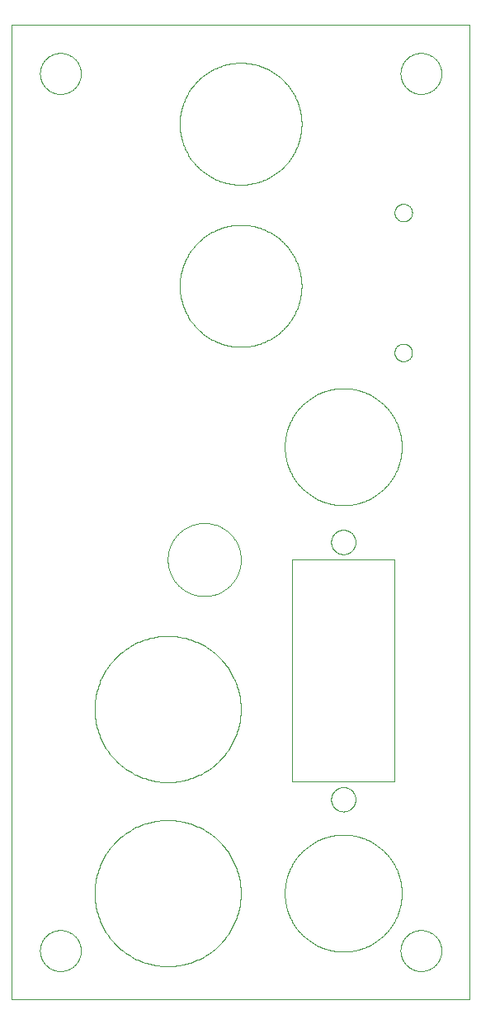
<source format=gtp>
G04 EAGLE Gerber X2 export*
%TF.Part,Single*%
%TF.FileFunction,Other,Solder paste top*%
%TF.FilePolarity,Positive*%
%TF.GenerationSoftware,Autodesk,EAGLE,9.4.0*%
%TF.CreationDate,2019-06-23T01:53:00Z*%
G75*
%MOMM*%
%FSLAX34Y34*%
%LPD*%
%INSolder paste top*%
%AMOC8*
5,1,8,0,0,1.08239X$1,22.5*%
G01*
%ADD10C,0.050000*%
%ADD11C,0.000000*%


D10*
X290769Y223241D02*
X290769Y451241D01*
X395769Y451241D02*
X395769Y223241D01*
X472950Y0D02*
X2950Y0D01*
X472950Y0D02*
X472950Y1000000D01*
X2950Y1000000D01*
X2950Y0D01*
X88069Y297835D02*
X88092Y299676D01*
X88159Y301515D01*
X88272Y303352D01*
X88430Y305186D01*
X88633Y307016D01*
X88881Y308840D01*
X89173Y310657D01*
X89510Y312467D01*
X89891Y314268D01*
X90317Y316059D01*
X90786Y317838D01*
X91298Y319606D01*
X91854Y321361D01*
X92453Y323102D01*
X93095Y324827D01*
X93778Y326536D01*
X94503Y328228D01*
X95270Y329902D01*
X96077Y331556D01*
X96925Y333190D01*
X97812Y334802D01*
X98739Y336393D01*
X99705Y337960D01*
X100709Y339503D01*
X101750Y341021D01*
X102828Y342512D01*
X103943Y343977D01*
X105093Y345414D01*
X106278Y346823D01*
X107498Y348202D01*
X108750Y349551D01*
X110036Y350868D01*
X111353Y352154D01*
X112702Y353406D01*
X114081Y354626D01*
X115490Y355811D01*
X116927Y356961D01*
X118392Y358076D01*
X119883Y359154D01*
X121401Y360195D01*
X122944Y361199D01*
X124511Y362165D01*
X126102Y363092D01*
X127714Y363979D01*
X129348Y364827D01*
X131002Y365634D01*
X132676Y366401D01*
X134368Y367126D01*
X136077Y367809D01*
X137802Y368451D01*
X139543Y369050D01*
X141298Y369606D01*
X143066Y370118D01*
X144845Y370587D01*
X146636Y371013D01*
X148437Y371394D01*
X150247Y371731D01*
X152064Y372023D01*
X153888Y372271D01*
X155718Y372474D01*
X157552Y372632D01*
X159389Y372745D01*
X161228Y372812D01*
X163069Y372835D01*
X164910Y372812D01*
X166749Y372745D01*
X168586Y372632D01*
X170420Y372474D01*
X172250Y372271D01*
X174074Y372023D01*
X175891Y371731D01*
X177701Y371394D01*
X179502Y371013D01*
X181293Y370587D01*
X183072Y370118D01*
X184840Y369606D01*
X186595Y369050D01*
X188336Y368451D01*
X190061Y367809D01*
X191770Y367126D01*
X193462Y366401D01*
X195136Y365634D01*
X196790Y364827D01*
X198424Y363979D01*
X200036Y363092D01*
X201627Y362165D01*
X203194Y361199D01*
X204737Y360195D01*
X206255Y359154D01*
X207746Y358076D01*
X209211Y356961D01*
X210648Y355811D01*
X212057Y354626D01*
X213436Y353406D01*
X214785Y352154D01*
X216102Y350868D01*
X217388Y349551D01*
X218640Y348202D01*
X219860Y346823D01*
X221045Y345414D01*
X222195Y343977D01*
X223310Y342512D01*
X224388Y341021D01*
X225429Y339503D01*
X226433Y337960D01*
X227399Y336393D01*
X228326Y334802D01*
X229213Y333190D01*
X230061Y331556D01*
X230868Y329902D01*
X231635Y328228D01*
X232360Y326536D01*
X233043Y324827D01*
X233685Y323102D01*
X234284Y321361D01*
X234840Y319606D01*
X235352Y317838D01*
X235821Y316059D01*
X236247Y314268D01*
X236628Y312467D01*
X236965Y310657D01*
X237257Y308840D01*
X237505Y307016D01*
X237708Y305186D01*
X237866Y303352D01*
X237979Y301515D01*
X238046Y299676D01*
X238069Y297835D01*
X238046Y295994D01*
X237979Y294155D01*
X237866Y292318D01*
X237708Y290484D01*
X237505Y288654D01*
X237257Y286830D01*
X236965Y285013D01*
X236628Y283203D01*
X236247Y281402D01*
X235821Y279611D01*
X235352Y277832D01*
X234840Y276064D01*
X234284Y274309D01*
X233685Y272568D01*
X233043Y270843D01*
X232360Y269134D01*
X231635Y267442D01*
X230868Y265768D01*
X230061Y264114D01*
X229213Y262480D01*
X228326Y260868D01*
X227399Y259277D01*
X226433Y257710D01*
X225429Y256167D01*
X224388Y254649D01*
X223310Y253158D01*
X222195Y251693D01*
X221045Y250256D01*
X219860Y248847D01*
X218640Y247468D01*
X217388Y246119D01*
X216102Y244802D01*
X214785Y243516D01*
X213436Y242264D01*
X212057Y241044D01*
X210648Y239859D01*
X209211Y238709D01*
X207746Y237594D01*
X206255Y236516D01*
X204737Y235475D01*
X203194Y234471D01*
X201627Y233505D01*
X200036Y232578D01*
X198424Y231691D01*
X196790Y230843D01*
X195136Y230036D01*
X193462Y229269D01*
X191770Y228544D01*
X190061Y227861D01*
X188336Y227219D01*
X186595Y226620D01*
X184840Y226064D01*
X183072Y225552D01*
X181293Y225083D01*
X179502Y224657D01*
X177701Y224276D01*
X175891Y223939D01*
X174074Y223647D01*
X172250Y223399D01*
X170420Y223196D01*
X168586Y223038D01*
X166749Y222925D01*
X164910Y222858D01*
X163069Y222835D01*
X161228Y222858D01*
X159389Y222925D01*
X157552Y223038D01*
X155718Y223196D01*
X153888Y223399D01*
X152064Y223647D01*
X150247Y223939D01*
X148437Y224276D01*
X146636Y224657D01*
X144845Y225083D01*
X143066Y225552D01*
X141298Y226064D01*
X139543Y226620D01*
X137802Y227219D01*
X136077Y227861D01*
X134368Y228544D01*
X132676Y229269D01*
X131002Y230036D01*
X129348Y230843D01*
X127714Y231691D01*
X126102Y232578D01*
X124511Y233505D01*
X122944Y234471D01*
X121401Y235475D01*
X119883Y236516D01*
X118392Y237594D01*
X116927Y238709D01*
X115490Y239859D01*
X114081Y241044D01*
X112702Y242264D01*
X111353Y243516D01*
X110036Y244802D01*
X108750Y246119D01*
X107498Y247468D01*
X106278Y248847D01*
X105093Y250256D01*
X103943Y251693D01*
X102828Y253158D01*
X101750Y254649D01*
X100709Y256167D01*
X99705Y257710D01*
X98739Y259277D01*
X97812Y260868D01*
X96925Y262480D01*
X96077Y264114D01*
X95270Y265768D01*
X94503Y267442D01*
X93778Y269134D01*
X93095Y270843D01*
X92453Y272568D01*
X91854Y274309D01*
X91298Y276064D01*
X90786Y277832D01*
X90317Y279611D01*
X89891Y281402D01*
X89510Y283203D01*
X89173Y285013D01*
X88881Y286830D01*
X88633Y288654D01*
X88430Y290484D01*
X88272Y292318D01*
X88159Y294155D01*
X88092Y295994D01*
X88069Y297835D01*
X330769Y205241D02*
X330773Y205548D01*
X330784Y205854D01*
X330803Y206161D01*
X330829Y206466D01*
X330863Y206771D01*
X330904Y207075D01*
X330953Y207378D01*
X331009Y207680D01*
X331073Y207980D01*
X331144Y208278D01*
X331222Y208575D01*
X331307Y208870D01*
X331400Y209162D01*
X331500Y209452D01*
X331607Y209740D01*
X331721Y210025D01*
X331841Y210307D01*
X331969Y210585D01*
X332104Y210861D01*
X332245Y211133D01*
X332393Y211402D01*
X332547Y211667D01*
X332708Y211928D01*
X332876Y212186D01*
X333049Y212439D01*
X333229Y212687D01*
X333415Y212931D01*
X333606Y213171D01*
X333804Y213406D01*
X334007Y213635D01*
X334216Y213860D01*
X334430Y214080D01*
X334650Y214294D01*
X334875Y214503D01*
X335104Y214706D01*
X335339Y214904D01*
X335579Y215095D01*
X335823Y215281D01*
X336071Y215461D01*
X336324Y215634D01*
X336582Y215802D01*
X336843Y215963D01*
X337108Y216117D01*
X337377Y216265D01*
X337649Y216406D01*
X337925Y216541D01*
X338203Y216669D01*
X338485Y216789D01*
X338770Y216903D01*
X339058Y217010D01*
X339348Y217110D01*
X339640Y217203D01*
X339935Y217288D01*
X340232Y217366D01*
X340530Y217437D01*
X340830Y217501D01*
X341132Y217557D01*
X341435Y217606D01*
X341739Y217647D01*
X342044Y217681D01*
X342349Y217707D01*
X342656Y217726D01*
X342962Y217737D01*
X343269Y217741D01*
X343576Y217737D01*
X343882Y217726D01*
X344189Y217707D01*
X344494Y217681D01*
X344799Y217647D01*
X345103Y217606D01*
X345406Y217557D01*
X345708Y217501D01*
X346008Y217437D01*
X346306Y217366D01*
X346603Y217288D01*
X346898Y217203D01*
X347190Y217110D01*
X347480Y217010D01*
X347768Y216903D01*
X348053Y216789D01*
X348335Y216669D01*
X348613Y216541D01*
X348889Y216406D01*
X349161Y216265D01*
X349430Y216117D01*
X349695Y215963D01*
X349956Y215802D01*
X350214Y215634D01*
X350467Y215461D01*
X350715Y215281D01*
X350959Y215095D01*
X351199Y214904D01*
X351434Y214706D01*
X351663Y214503D01*
X351888Y214294D01*
X352108Y214080D01*
X352322Y213860D01*
X352531Y213635D01*
X352734Y213406D01*
X352932Y213171D01*
X353123Y212931D01*
X353309Y212687D01*
X353489Y212439D01*
X353662Y212186D01*
X353830Y211928D01*
X353991Y211667D01*
X354145Y211402D01*
X354293Y211133D01*
X354434Y210861D01*
X354569Y210585D01*
X354697Y210307D01*
X354817Y210025D01*
X354931Y209740D01*
X355038Y209452D01*
X355138Y209162D01*
X355231Y208870D01*
X355316Y208575D01*
X355394Y208278D01*
X355465Y207980D01*
X355529Y207680D01*
X355585Y207378D01*
X355634Y207075D01*
X355675Y206771D01*
X355709Y206466D01*
X355735Y206161D01*
X355754Y205854D01*
X355765Y205548D01*
X355769Y205241D01*
X355765Y204934D01*
X355754Y204628D01*
X355735Y204321D01*
X355709Y204016D01*
X355675Y203711D01*
X355634Y203407D01*
X355585Y203104D01*
X355529Y202802D01*
X355465Y202502D01*
X355394Y202204D01*
X355316Y201907D01*
X355231Y201612D01*
X355138Y201320D01*
X355038Y201030D01*
X354931Y200742D01*
X354817Y200457D01*
X354697Y200175D01*
X354569Y199897D01*
X354434Y199621D01*
X354293Y199349D01*
X354145Y199080D01*
X353991Y198815D01*
X353830Y198554D01*
X353662Y198296D01*
X353489Y198043D01*
X353309Y197795D01*
X353123Y197551D01*
X352932Y197311D01*
X352734Y197076D01*
X352531Y196847D01*
X352322Y196622D01*
X352108Y196402D01*
X351888Y196188D01*
X351663Y195979D01*
X351434Y195776D01*
X351199Y195578D01*
X350959Y195387D01*
X350715Y195201D01*
X350467Y195021D01*
X350214Y194848D01*
X349956Y194680D01*
X349695Y194519D01*
X349430Y194365D01*
X349161Y194217D01*
X348889Y194076D01*
X348613Y193941D01*
X348335Y193813D01*
X348053Y193693D01*
X347768Y193579D01*
X347480Y193472D01*
X347190Y193372D01*
X346898Y193279D01*
X346603Y193194D01*
X346306Y193116D01*
X346008Y193045D01*
X345708Y192981D01*
X345406Y192925D01*
X345103Y192876D01*
X344799Y192835D01*
X344494Y192801D01*
X344189Y192775D01*
X343882Y192756D01*
X343576Y192745D01*
X343269Y192741D01*
X342962Y192745D01*
X342656Y192756D01*
X342349Y192775D01*
X342044Y192801D01*
X341739Y192835D01*
X341435Y192876D01*
X341132Y192925D01*
X340830Y192981D01*
X340530Y193045D01*
X340232Y193116D01*
X339935Y193194D01*
X339640Y193279D01*
X339348Y193372D01*
X339058Y193472D01*
X338770Y193579D01*
X338485Y193693D01*
X338203Y193813D01*
X337925Y193941D01*
X337649Y194076D01*
X337377Y194217D01*
X337108Y194365D01*
X336843Y194519D01*
X336582Y194680D01*
X336324Y194848D01*
X336071Y195021D01*
X335823Y195201D01*
X335579Y195387D01*
X335339Y195578D01*
X335104Y195776D01*
X334875Y195979D01*
X334650Y196188D01*
X334430Y196402D01*
X334216Y196622D01*
X334007Y196847D01*
X333804Y197076D01*
X333606Y197311D01*
X333415Y197551D01*
X333229Y197795D01*
X333049Y198043D01*
X332876Y198296D01*
X332708Y198554D01*
X332547Y198815D01*
X332393Y199080D01*
X332245Y199349D01*
X332104Y199621D01*
X331969Y199897D01*
X331841Y200175D01*
X331721Y200457D01*
X331607Y200742D01*
X331500Y201030D01*
X331400Y201320D01*
X331307Y201612D01*
X331222Y201907D01*
X331144Y202204D01*
X331073Y202502D01*
X331009Y202802D01*
X330953Y203104D01*
X330904Y203407D01*
X330863Y203711D01*
X330829Y204016D01*
X330803Y204321D01*
X330784Y204628D01*
X330773Y204934D01*
X330769Y205241D01*
X88069Y108941D02*
X88092Y110782D01*
X88159Y112621D01*
X88272Y114458D01*
X88430Y116292D01*
X88633Y118122D01*
X88881Y119946D01*
X89173Y121763D01*
X89510Y123573D01*
X89891Y125374D01*
X90317Y127165D01*
X90786Y128944D01*
X91298Y130712D01*
X91854Y132467D01*
X92453Y134208D01*
X93095Y135933D01*
X93778Y137642D01*
X94503Y139334D01*
X95270Y141008D01*
X96077Y142662D01*
X96925Y144296D01*
X97812Y145908D01*
X98739Y147499D01*
X99705Y149066D01*
X100709Y150609D01*
X101750Y152127D01*
X102828Y153618D01*
X103943Y155083D01*
X105093Y156520D01*
X106278Y157929D01*
X107498Y159308D01*
X108750Y160657D01*
X110036Y161974D01*
X111353Y163260D01*
X112702Y164512D01*
X114081Y165732D01*
X115490Y166917D01*
X116927Y168067D01*
X118392Y169182D01*
X119883Y170260D01*
X121401Y171301D01*
X122944Y172305D01*
X124511Y173271D01*
X126102Y174198D01*
X127714Y175085D01*
X129348Y175933D01*
X131002Y176740D01*
X132676Y177507D01*
X134368Y178232D01*
X136077Y178915D01*
X137802Y179557D01*
X139543Y180156D01*
X141298Y180712D01*
X143066Y181224D01*
X144845Y181693D01*
X146636Y182119D01*
X148437Y182500D01*
X150247Y182837D01*
X152064Y183129D01*
X153888Y183377D01*
X155718Y183580D01*
X157552Y183738D01*
X159389Y183851D01*
X161228Y183918D01*
X163069Y183941D01*
X164910Y183918D01*
X166749Y183851D01*
X168586Y183738D01*
X170420Y183580D01*
X172250Y183377D01*
X174074Y183129D01*
X175891Y182837D01*
X177701Y182500D01*
X179502Y182119D01*
X181293Y181693D01*
X183072Y181224D01*
X184840Y180712D01*
X186595Y180156D01*
X188336Y179557D01*
X190061Y178915D01*
X191770Y178232D01*
X193462Y177507D01*
X195136Y176740D01*
X196790Y175933D01*
X198424Y175085D01*
X200036Y174198D01*
X201627Y173271D01*
X203194Y172305D01*
X204737Y171301D01*
X206255Y170260D01*
X207746Y169182D01*
X209211Y168067D01*
X210648Y166917D01*
X212057Y165732D01*
X213436Y164512D01*
X214785Y163260D01*
X216102Y161974D01*
X217388Y160657D01*
X218640Y159308D01*
X219860Y157929D01*
X221045Y156520D01*
X222195Y155083D01*
X223310Y153618D01*
X224388Y152127D01*
X225429Y150609D01*
X226433Y149066D01*
X227399Y147499D01*
X228326Y145908D01*
X229213Y144296D01*
X230061Y142662D01*
X230868Y141008D01*
X231635Y139334D01*
X232360Y137642D01*
X233043Y135933D01*
X233685Y134208D01*
X234284Y132467D01*
X234840Y130712D01*
X235352Y128944D01*
X235821Y127165D01*
X236247Y125374D01*
X236628Y123573D01*
X236965Y121763D01*
X237257Y119946D01*
X237505Y118122D01*
X237708Y116292D01*
X237866Y114458D01*
X237979Y112621D01*
X238046Y110782D01*
X238069Y108941D01*
X238046Y107100D01*
X237979Y105261D01*
X237866Y103424D01*
X237708Y101590D01*
X237505Y99760D01*
X237257Y97936D01*
X236965Y96119D01*
X236628Y94309D01*
X236247Y92508D01*
X235821Y90717D01*
X235352Y88938D01*
X234840Y87170D01*
X234284Y85415D01*
X233685Y83674D01*
X233043Y81949D01*
X232360Y80240D01*
X231635Y78548D01*
X230868Y76874D01*
X230061Y75220D01*
X229213Y73586D01*
X228326Y71974D01*
X227399Y70383D01*
X226433Y68816D01*
X225429Y67273D01*
X224388Y65755D01*
X223310Y64264D01*
X222195Y62799D01*
X221045Y61362D01*
X219860Y59953D01*
X218640Y58574D01*
X217388Y57225D01*
X216102Y55908D01*
X214785Y54622D01*
X213436Y53370D01*
X212057Y52150D01*
X210648Y50965D01*
X209211Y49815D01*
X207746Y48700D01*
X206255Y47622D01*
X204737Y46581D01*
X203194Y45577D01*
X201627Y44611D01*
X200036Y43684D01*
X198424Y42797D01*
X196790Y41949D01*
X195136Y41142D01*
X193462Y40375D01*
X191770Y39650D01*
X190061Y38967D01*
X188336Y38325D01*
X186595Y37726D01*
X184840Y37170D01*
X183072Y36658D01*
X181293Y36189D01*
X179502Y35763D01*
X177701Y35382D01*
X175891Y35045D01*
X174074Y34753D01*
X172250Y34505D01*
X170420Y34302D01*
X168586Y34144D01*
X166749Y34031D01*
X164910Y33964D01*
X163069Y33941D01*
X161228Y33964D01*
X159389Y34031D01*
X157552Y34144D01*
X155718Y34302D01*
X153888Y34505D01*
X152064Y34753D01*
X150247Y35045D01*
X148437Y35382D01*
X146636Y35763D01*
X144845Y36189D01*
X143066Y36658D01*
X141298Y37170D01*
X139543Y37726D01*
X137802Y38325D01*
X136077Y38967D01*
X134368Y39650D01*
X132676Y40375D01*
X131002Y41142D01*
X129348Y41949D01*
X127714Y42797D01*
X126102Y43684D01*
X124511Y44611D01*
X122944Y45577D01*
X121401Y46581D01*
X119883Y47622D01*
X118392Y48700D01*
X116927Y49815D01*
X115490Y50965D01*
X114081Y52150D01*
X112702Y53370D01*
X111353Y54622D01*
X110036Y55908D01*
X108750Y57225D01*
X107498Y58574D01*
X106278Y59953D01*
X105093Y61362D01*
X103943Y62799D01*
X102828Y64264D01*
X101750Y65755D01*
X100709Y67273D01*
X99705Y68816D01*
X98739Y70383D01*
X97812Y71974D01*
X96925Y73586D01*
X96077Y75220D01*
X95270Y76874D01*
X94503Y78548D01*
X93778Y80240D01*
X93095Y81949D01*
X92453Y83674D01*
X91854Y85415D01*
X91298Y87170D01*
X90786Y88938D01*
X90317Y90717D01*
X89891Y92508D01*
X89510Y94309D01*
X89173Y96119D01*
X88881Y97936D01*
X88633Y99760D01*
X88430Y101590D01*
X88272Y103424D01*
X88159Y105261D01*
X88092Y107100D01*
X88069Y108941D01*
X401950Y50000D02*
X401956Y50515D01*
X401975Y51030D01*
X402007Y51545D01*
X402051Y52058D01*
X402108Y52571D01*
X402177Y53081D01*
X402259Y53590D01*
X402354Y54097D01*
X402460Y54601D01*
X402579Y55103D01*
X402711Y55601D01*
X402854Y56096D01*
X403010Y56587D01*
X403178Y57075D01*
X403357Y57558D01*
X403549Y58036D01*
X403752Y58510D01*
X403966Y58979D01*
X404192Y59442D01*
X404430Y59899D01*
X404678Y60351D01*
X404938Y60796D01*
X405208Y61235D01*
X405489Y61667D01*
X405781Y62092D01*
X406083Y62510D01*
X406395Y62920D01*
X406717Y63322D01*
X407049Y63717D01*
X407390Y64103D01*
X407741Y64480D01*
X408101Y64849D01*
X408470Y65209D01*
X408847Y65560D01*
X409233Y65901D01*
X409628Y66233D01*
X410030Y66555D01*
X410440Y66867D01*
X410858Y67169D01*
X411283Y67461D01*
X411715Y67742D01*
X412154Y68012D01*
X412599Y68272D01*
X413051Y68520D01*
X413508Y68758D01*
X413971Y68984D01*
X414440Y69198D01*
X414914Y69401D01*
X415392Y69593D01*
X415875Y69772D01*
X416363Y69940D01*
X416854Y70096D01*
X417349Y70239D01*
X417847Y70371D01*
X418349Y70490D01*
X418853Y70596D01*
X419360Y70691D01*
X419869Y70773D01*
X420379Y70842D01*
X420892Y70899D01*
X421405Y70943D01*
X421920Y70975D01*
X422435Y70994D01*
X422950Y71000D01*
X423465Y70994D01*
X423980Y70975D01*
X424495Y70943D01*
X425008Y70899D01*
X425521Y70842D01*
X426031Y70773D01*
X426540Y70691D01*
X427047Y70596D01*
X427551Y70490D01*
X428053Y70371D01*
X428551Y70239D01*
X429046Y70096D01*
X429537Y69940D01*
X430025Y69772D01*
X430508Y69593D01*
X430986Y69401D01*
X431460Y69198D01*
X431929Y68984D01*
X432392Y68758D01*
X432849Y68520D01*
X433301Y68272D01*
X433746Y68012D01*
X434185Y67742D01*
X434617Y67461D01*
X435042Y67169D01*
X435460Y66867D01*
X435870Y66555D01*
X436272Y66233D01*
X436667Y65901D01*
X437053Y65560D01*
X437430Y65209D01*
X437799Y64849D01*
X438159Y64480D01*
X438510Y64103D01*
X438851Y63717D01*
X439183Y63322D01*
X439505Y62920D01*
X439817Y62510D01*
X440119Y62092D01*
X440411Y61667D01*
X440692Y61235D01*
X440962Y60796D01*
X441222Y60351D01*
X441470Y59899D01*
X441708Y59442D01*
X441934Y58979D01*
X442148Y58510D01*
X442351Y58036D01*
X442543Y57558D01*
X442722Y57075D01*
X442890Y56587D01*
X443046Y56096D01*
X443189Y55601D01*
X443321Y55103D01*
X443440Y54601D01*
X443546Y54097D01*
X443641Y53590D01*
X443723Y53081D01*
X443792Y52571D01*
X443849Y52058D01*
X443893Y51545D01*
X443925Y51030D01*
X443944Y50515D01*
X443950Y50000D01*
X443944Y49485D01*
X443925Y48970D01*
X443893Y48455D01*
X443849Y47942D01*
X443792Y47429D01*
X443723Y46919D01*
X443641Y46410D01*
X443546Y45903D01*
X443440Y45399D01*
X443321Y44897D01*
X443189Y44399D01*
X443046Y43904D01*
X442890Y43413D01*
X442722Y42925D01*
X442543Y42442D01*
X442351Y41964D01*
X442148Y41490D01*
X441934Y41021D01*
X441708Y40558D01*
X441470Y40101D01*
X441222Y39649D01*
X440962Y39204D01*
X440692Y38765D01*
X440411Y38333D01*
X440119Y37908D01*
X439817Y37490D01*
X439505Y37080D01*
X439183Y36678D01*
X438851Y36283D01*
X438510Y35897D01*
X438159Y35520D01*
X437799Y35151D01*
X437430Y34791D01*
X437053Y34440D01*
X436667Y34099D01*
X436272Y33767D01*
X435870Y33445D01*
X435460Y33133D01*
X435042Y32831D01*
X434617Y32539D01*
X434185Y32258D01*
X433746Y31988D01*
X433301Y31728D01*
X432849Y31480D01*
X432392Y31242D01*
X431929Y31016D01*
X431460Y30802D01*
X430986Y30599D01*
X430508Y30407D01*
X430025Y30228D01*
X429537Y30060D01*
X429046Y29904D01*
X428551Y29761D01*
X428053Y29629D01*
X427551Y29510D01*
X427047Y29404D01*
X426540Y29309D01*
X426031Y29227D01*
X425521Y29158D01*
X425008Y29101D01*
X424495Y29057D01*
X423980Y29025D01*
X423465Y29006D01*
X422950Y29000D01*
X422435Y29006D01*
X421920Y29025D01*
X421405Y29057D01*
X420892Y29101D01*
X420379Y29158D01*
X419869Y29227D01*
X419360Y29309D01*
X418853Y29404D01*
X418349Y29510D01*
X417847Y29629D01*
X417349Y29761D01*
X416854Y29904D01*
X416363Y30060D01*
X415875Y30228D01*
X415392Y30407D01*
X414914Y30599D01*
X414440Y30802D01*
X413971Y31016D01*
X413508Y31242D01*
X413051Y31480D01*
X412599Y31728D01*
X412154Y31988D01*
X411715Y32258D01*
X411283Y32539D01*
X410858Y32831D01*
X410440Y33133D01*
X410030Y33445D01*
X409628Y33767D01*
X409233Y34099D01*
X408847Y34440D01*
X408470Y34791D01*
X408101Y35151D01*
X407741Y35520D01*
X407390Y35897D01*
X407049Y36283D01*
X406717Y36678D01*
X406395Y37080D01*
X406083Y37490D01*
X405781Y37908D01*
X405489Y38333D01*
X405208Y38765D01*
X404938Y39204D01*
X404678Y39649D01*
X404430Y40101D01*
X404192Y40558D01*
X403966Y41021D01*
X403752Y41490D01*
X403549Y41964D01*
X403357Y42442D01*
X403178Y42925D01*
X403010Y43413D01*
X402854Y43904D01*
X402711Y44399D01*
X402579Y44897D01*
X402460Y45399D01*
X402354Y45903D01*
X402259Y46410D01*
X402177Y46919D01*
X402108Y47429D01*
X402051Y47942D01*
X402007Y48455D01*
X401975Y48970D01*
X401956Y49485D01*
X401950Y50000D01*
X283269Y108941D02*
X283287Y110413D01*
X283341Y111885D01*
X283432Y113355D01*
X283558Y114822D01*
X283720Y116286D01*
X283918Y117745D01*
X284152Y119199D01*
X284422Y120646D01*
X284727Y122087D01*
X285067Y123520D01*
X285442Y124944D01*
X285853Y126358D01*
X286297Y127762D01*
X286776Y129154D01*
X287289Y130535D01*
X287836Y131902D01*
X288416Y133255D01*
X289030Y134594D01*
X289676Y135918D01*
X290354Y137225D01*
X291064Y138515D01*
X291805Y139787D01*
X292578Y141041D01*
X293381Y142275D01*
X294214Y143489D01*
X295077Y144683D01*
X295968Y145855D01*
X296888Y147005D01*
X297836Y148131D01*
X298812Y149235D01*
X299814Y150313D01*
X300843Y151367D01*
X301897Y152396D01*
X302975Y153398D01*
X304079Y154374D01*
X305205Y155322D01*
X306355Y156242D01*
X307527Y157133D01*
X308721Y157996D01*
X309935Y158829D01*
X311169Y159632D01*
X312423Y160405D01*
X313695Y161146D01*
X314985Y161856D01*
X316292Y162534D01*
X317616Y163180D01*
X318955Y163794D01*
X320308Y164374D01*
X321675Y164921D01*
X323056Y165434D01*
X324448Y165913D01*
X325852Y166357D01*
X327266Y166768D01*
X328690Y167143D01*
X330123Y167483D01*
X331564Y167788D01*
X333011Y168058D01*
X334465Y168292D01*
X335924Y168490D01*
X337388Y168652D01*
X338855Y168778D01*
X340325Y168869D01*
X341797Y168923D01*
X343269Y168941D01*
X344741Y168923D01*
X346213Y168869D01*
X347683Y168778D01*
X349150Y168652D01*
X350614Y168490D01*
X352073Y168292D01*
X353527Y168058D01*
X354974Y167788D01*
X356415Y167483D01*
X357848Y167143D01*
X359272Y166768D01*
X360686Y166357D01*
X362090Y165913D01*
X363482Y165434D01*
X364863Y164921D01*
X366230Y164374D01*
X367583Y163794D01*
X368922Y163180D01*
X370246Y162534D01*
X371553Y161856D01*
X372843Y161146D01*
X374115Y160405D01*
X375369Y159632D01*
X376603Y158829D01*
X377817Y157996D01*
X379011Y157133D01*
X380183Y156242D01*
X381333Y155322D01*
X382459Y154374D01*
X383563Y153398D01*
X384641Y152396D01*
X385695Y151367D01*
X386724Y150313D01*
X387726Y149235D01*
X388702Y148131D01*
X389650Y147005D01*
X390570Y145855D01*
X391461Y144683D01*
X392324Y143489D01*
X393157Y142275D01*
X393960Y141041D01*
X394733Y139787D01*
X395474Y138515D01*
X396184Y137225D01*
X396862Y135918D01*
X397508Y134594D01*
X398122Y133255D01*
X398702Y131902D01*
X399249Y130535D01*
X399762Y129154D01*
X400241Y127762D01*
X400685Y126358D01*
X401096Y124944D01*
X401471Y123520D01*
X401811Y122087D01*
X402116Y120646D01*
X402386Y119199D01*
X402620Y117745D01*
X402818Y116286D01*
X402980Y114822D01*
X403106Y113355D01*
X403197Y111885D01*
X403251Y110413D01*
X403269Y108941D01*
X403251Y107469D01*
X403197Y105997D01*
X403106Y104527D01*
X402980Y103060D01*
X402818Y101596D01*
X402620Y100137D01*
X402386Y98683D01*
X402116Y97236D01*
X401811Y95795D01*
X401471Y94362D01*
X401096Y92938D01*
X400685Y91524D01*
X400241Y90120D01*
X399762Y88728D01*
X399249Y87347D01*
X398702Y85980D01*
X398122Y84627D01*
X397508Y83288D01*
X396862Y81964D01*
X396184Y80657D01*
X395474Y79367D01*
X394733Y78095D01*
X393960Y76841D01*
X393157Y75607D01*
X392324Y74393D01*
X391461Y73199D01*
X390570Y72027D01*
X389650Y70877D01*
X388702Y69751D01*
X387726Y68647D01*
X386724Y67569D01*
X385695Y66515D01*
X384641Y65486D01*
X383563Y64484D01*
X382459Y63508D01*
X381333Y62560D01*
X380183Y61640D01*
X379011Y60749D01*
X377817Y59886D01*
X376603Y59053D01*
X375369Y58250D01*
X374115Y57477D01*
X372843Y56736D01*
X371553Y56026D01*
X370246Y55348D01*
X368922Y54702D01*
X367583Y54088D01*
X366230Y53508D01*
X364863Y52961D01*
X363482Y52448D01*
X362090Y51969D01*
X360686Y51525D01*
X359272Y51114D01*
X357848Y50739D01*
X356415Y50399D01*
X354974Y50094D01*
X353527Y49824D01*
X352073Y49590D01*
X350614Y49392D01*
X349150Y49230D01*
X347683Y49104D01*
X346213Y49013D01*
X344741Y48959D01*
X343269Y48941D01*
X341797Y48959D01*
X340325Y49013D01*
X338855Y49104D01*
X337388Y49230D01*
X335924Y49392D01*
X334465Y49590D01*
X333011Y49824D01*
X331564Y50094D01*
X330123Y50399D01*
X328690Y50739D01*
X327266Y51114D01*
X325852Y51525D01*
X324448Y51969D01*
X323056Y52448D01*
X321675Y52961D01*
X320308Y53508D01*
X318955Y54088D01*
X317616Y54702D01*
X316292Y55348D01*
X314985Y56026D01*
X313695Y56736D01*
X312423Y57477D01*
X311169Y58250D01*
X309935Y59053D01*
X308721Y59886D01*
X307527Y60749D01*
X306355Y61640D01*
X305205Y62560D01*
X304079Y63508D01*
X302975Y64484D01*
X301897Y65486D01*
X300843Y66515D01*
X299814Y67569D01*
X298812Y68647D01*
X297836Y69751D01*
X296888Y70877D01*
X295968Y72027D01*
X295077Y73199D01*
X294214Y74393D01*
X293381Y75607D01*
X292578Y76841D01*
X291805Y78095D01*
X291064Y79367D01*
X290354Y80657D01*
X289676Y81964D01*
X289030Y83288D01*
X288416Y84627D01*
X287836Y85980D01*
X287289Y87347D01*
X286776Y88728D01*
X286297Y90120D01*
X285853Y91524D01*
X285442Y92938D01*
X285067Y94362D01*
X284727Y95795D01*
X284422Y97236D01*
X284152Y98683D01*
X283918Y100137D01*
X283720Y101596D01*
X283558Y103060D01*
X283432Y104527D01*
X283341Y105997D01*
X283287Y107469D01*
X283269Y108941D01*
X31950Y50000D02*
X31956Y50515D01*
X31975Y51030D01*
X32007Y51545D01*
X32051Y52058D01*
X32108Y52571D01*
X32177Y53081D01*
X32259Y53590D01*
X32354Y54097D01*
X32460Y54601D01*
X32579Y55103D01*
X32711Y55601D01*
X32854Y56096D01*
X33010Y56587D01*
X33178Y57075D01*
X33357Y57558D01*
X33549Y58036D01*
X33752Y58510D01*
X33966Y58979D01*
X34192Y59442D01*
X34430Y59899D01*
X34678Y60351D01*
X34938Y60796D01*
X35208Y61235D01*
X35489Y61667D01*
X35781Y62092D01*
X36083Y62510D01*
X36395Y62920D01*
X36717Y63322D01*
X37049Y63717D01*
X37390Y64103D01*
X37741Y64480D01*
X38101Y64849D01*
X38470Y65209D01*
X38847Y65560D01*
X39233Y65901D01*
X39628Y66233D01*
X40030Y66555D01*
X40440Y66867D01*
X40858Y67169D01*
X41283Y67461D01*
X41715Y67742D01*
X42154Y68012D01*
X42599Y68272D01*
X43051Y68520D01*
X43508Y68758D01*
X43971Y68984D01*
X44440Y69198D01*
X44914Y69401D01*
X45392Y69593D01*
X45875Y69772D01*
X46363Y69940D01*
X46854Y70096D01*
X47349Y70239D01*
X47847Y70371D01*
X48349Y70490D01*
X48853Y70596D01*
X49360Y70691D01*
X49869Y70773D01*
X50379Y70842D01*
X50892Y70899D01*
X51405Y70943D01*
X51920Y70975D01*
X52435Y70994D01*
X52950Y71000D01*
X53465Y70994D01*
X53980Y70975D01*
X54495Y70943D01*
X55008Y70899D01*
X55521Y70842D01*
X56031Y70773D01*
X56540Y70691D01*
X57047Y70596D01*
X57551Y70490D01*
X58053Y70371D01*
X58551Y70239D01*
X59046Y70096D01*
X59537Y69940D01*
X60025Y69772D01*
X60508Y69593D01*
X60986Y69401D01*
X61460Y69198D01*
X61929Y68984D01*
X62392Y68758D01*
X62849Y68520D01*
X63301Y68272D01*
X63746Y68012D01*
X64185Y67742D01*
X64617Y67461D01*
X65042Y67169D01*
X65460Y66867D01*
X65870Y66555D01*
X66272Y66233D01*
X66667Y65901D01*
X67053Y65560D01*
X67430Y65209D01*
X67799Y64849D01*
X68159Y64480D01*
X68510Y64103D01*
X68851Y63717D01*
X69183Y63322D01*
X69505Y62920D01*
X69817Y62510D01*
X70119Y62092D01*
X70411Y61667D01*
X70692Y61235D01*
X70962Y60796D01*
X71222Y60351D01*
X71470Y59899D01*
X71708Y59442D01*
X71934Y58979D01*
X72148Y58510D01*
X72351Y58036D01*
X72543Y57558D01*
X72722Y57075D01*
X72890Y56587D01*
X73046Y56096D01*
X73189Y55601D01*
X73321Y55103D01*
X73440Y54601D01*
X73546Y54097D01*
X73641Y53590D01*
X73723Y53081D01*
X73792Y52571D01*
X73849Y52058D01*
X73893Y51545D01*
X73925Y51030D01*
X73944Y50515D01*
X73950Y50000D01*
X73944Y49485D01*
X73925Y48970D01*
X73893Y48455D01*
X73849Y47942D01*
X73792Y47429D01*
X73723Y46919D01*
X73641Y46410D01*
X73546Y45903D01*
X73440Y45399D01*
X73321Y44897D01*
X73189Y44399D01*
X73046Y43904D01*
X72890Y43413D01*
X72722Y42925D01*
X72543Y42442D01*
X72351Y41964D01*
X72148Y41490D01*
X71934Y41021D01*
X71708Y40558D01*
X71470Y40101D01*
X71222Y39649D01*
X70962Y39204D01*
X70692Y38765D01*
X70411Y38333D01*
X70119Y37908D01*
X69817Y37490D01*
X69505Y37080D01*
X69183Y36678D01*
X68851Y36283D01*
X68510Y35897D01*
X68159Y35520D01*
X67799Y35151D01*
X67430Y34791D01*
X67053Y34440D01*
X66667Y34099D01*
X66272Y33767D01*
X65870Y33445D01*
X65460Y33133D01*
X65042Y32831D01*
X64617Y32539D01*
X64185Y32258D01*
X63746Y31988D01*
X63301Y31728D01*
X62849Y31480D01*
X62392Y31242D01*
X61929Y31016D01*
X61460Y30802D01*
X60986Y30599D01*
X60508Y30407D01*
X60025Y30228D01*
X59537Y30060D01*
X59046Y29904D01*
X58551Y29761D01*
X58053Y29629D01*
X57551Y29510D01*
X57047Y29404D01*
X56540Y29309D01*
X56031Y29227D01*
X55521Y29158D01*
X55008Y29101D01*
X54495Y29057D01*
X53980Y29025D01*
X53465Y29006D01*
X52950Y29000D01*
X52435Y29006D01*
X51920Y29025D01*
X51405Y29057D01*
X50892Y29101D01*
X50379Y29158D01*
X49869Y29227D01*
X49360Y29309D01*
X48853Y29404D01*
X48349Y29510D01*
X47847Y29629D01*
X47349Y29761D01*
X46854Y29904D01*
X46363Y30060D01*
X45875Y30228D01*
X45392Y30407D01*
X44914Y30599D01*
X44440Y30802D01*
X43971Y31016D01*
X43508Y31242D01*
X43051Y31480D01*
X42599Y31728D01*
X42154Y31988D01*
X41715Y32258D01*
X41283Y32539D01*
X40858Y32831D01*
X40440Y33133D01*
X40030Y33445D01*
X39628Y33767D01*
X39233Y34099D01*
X38847Y34440D01*
X38470Y34791D01*
X38101Y35151D01*
X37741Y35520D01*
X37390Y35897D01*
X37049Y36283D01*
X36717Y36678D01*
X36395Y37080D01*
X36083Y37490D01*
X35781Y37908D01*
X35489Y38333D01*
X35208Y38765D01*
X34938Y39204D01*
X34678Y39649D01*
X34430Y40101D01*
X34192Y40558D01*
X33966Y41021D01*
X33752Y41490D01*
X33549Y41964D01*
X33357Y42442D01*
X33178Y42925D01*
X33010Y43413D01*
X32854Y43904D01*
X32711Y44399D01*
X32579Y44897D01*
X32460Y45399D01*
X32354Y45903D01*
X32259Y46410D01*
X32177Y46919D01*
X32108Y47429D01*
X32051Y47942D01*
X32007Y48455D01*
X31975Y48970D01*
X31956Y49485D01*
X31950Y50000D01*
X175450Y732064D02*
X175469Y733598D01*
X175525Y735131D01*
X175619Y736662D01*
X175751Y738190D01*
X175920Y739715D01*
X176126Y741235D01*
X176370Y742749D01*
X176651Y744257D01*
X176969Y745758D01*
X177323Y747250D01*
X177714Y748734D01*
X178141Y750207D01*
X178604Y751669D01*
X179103Y753120D01*
X179638Y754557D01*
X180208Y755982D01*
X180812Y757392D01*
X181451Y758786D01*
X182123Y760165D01*
X182830Y761526D01*
X183570Y762870D01*
X184342Y764195D01*
X185147Y765501D01*
X185983Y766787D01*
X186851Y768052D01*
X187750Y769295D01*
X188678Y770516D01*
X189637Y771714D01*
X190624Y772887D01*
X191641Y774036D01*
X192685Y775160D01*
X193756Y776258D01*
X194854Y777329D01*
X195978Y778373D01*
X197127Y779390D01*
X198300Y780377D01*
X199498Y781336D01*
X200719Y782264D01*
X201962Y783163D01*
X203227Y784031D01*
X204513Y784867D01*
X205819Y785672D01*
X207144Y786444D01*
X208488Y787184D01*
X209849Y787891D01*
X211228Y788563D01*
X212622Y789202D01*
X214032Y789806D01*
X215457Y790376D01*
X216894Y790911D01*
X218345Y791410D01*
X219807Y791873D01*
X221280Y792300D01*
X222764Y792691D01*
X224256Y793045D01*
X225757Y793363D01*
X227265Y793644D01*
X228779Y793888D01*
X230299Y794094D01*
X231824Y794263D01*
X233352Y794395D01*
X234883Y794489D01*
X236416Y794545D01*
X237950Y794564D01*
X239484Y794545D01*
X241017Y794489D01*
X242548Y794395D01*
X244076Y794263D01*
X245601Y794094D01*
X247121Y793888D01*
X248635Y793644D01*
X250143Y793363D01*
X251644Y793045D01*
X253136Y792691D01*
X254620Y792300D01*
X256093Y791873D01*
X257555Y791410D01*
X259006Y790911D01*
X260443Y790376D01*
X261868Y789806D01*
X263278Y789202D01*
X264672Y788563D01*
X266051Y787891D01*
X267412Y787184D01*
X268756Y786444D01*
X270081Y785672D01*
X271387Y784867D01*
X272673Y784031D01*
X273938Y783163D01*
X275181Y782264D01*
X276402Y781336D01*
X277600Y780377D01*
X278773Y779390D01*
X279922Y778373D01*
X281046Y777329D01*
X282144Y776258D01*
X283215Y775160D01*
X284259Y774036D01*
X285276Y772887D01*
X286263Y771714D01*
X287222Y770516D01*
X288150Y769295D01*
X289049Y768052D01*
X289917Y766787D01*
X290753Y765501D01*
X291558Y764195D01*
X292330Y762870D01*
X293070Y761526D01*
X293777Y760165D01*
X294449Y758786D01*
X295088Y757392D01*
X295692Y755982D01*
X296262Y754557D01*
X296797Y753120D01*
X297296Y751669D01*
X297759Y750207D01*
X298186Y748734D01*
X298577Y747250D01*
X298931Y745758D01*
X299249Y744257D01*
X299530Y742749D01*
X299774Y741235D01*
X299980Y739715D01*
X300149Y738190D01*
X300281Y736662D01*
X300375Y735131D01*
X300431Y733598D01*
X300450Y732064D01*
X300431Y730530D01*
X300375Y728997D01*
X300281Y727466D01*
X300149Y725938D01*
X299980Y724413D01*
X299774Y722893D01*
X299530Y721379D01*
X299249Y719871D01*
X298931Y718370D01*
X298577Y716878D01*
X298186Y715394D01*
X297759Y713921D01*
X297296Y712459D01*
X296797Y711008D01*
X296262Y709571D01*
X295692Y708146D01*
X295088Y706736D01*
X294449Y705342D01*
X293777Y703963D01*
X293070Y702602D01*
X292330Y701258D01*
X291558Y699933D01*
X290753Y698627D01*
X289917Y697341D01*
X289049Y696076D01*
X288150Y694833D01*
X287222Y693612D01*
X286263Y692414D01*
X285276Y691241D01*
X284259Y690092D01*
X283215Y688968D01*
X282144Y687870D01*
X281046Y686799D01*
X279922Y685755D01*
X278773Y684738D01*
X277600Y683751D01*
X276402Y682792D01*
X275181Y681864D01*
X273938Y680965D01*
X272673Y680097D01*
X271387Y679261D01*
X270081Y678456D01*
X268756Y677684D01*
X267412Y676944D01*
X266051Y676237D01*
X264672Y675565D01*
X263278Y674926D01*
X261868Y674322D01*
X260443Y673752D01*
X259006Y673217D01*
X257555Y672718D01*
X256093Y672255D01*
X254620Y671828D01*
X253136Y671437D01*
X251644Y671083D01*
X250143Y670765D01*
X248635Y670484D01*
X247121Y670240D01*
X245601Y670034D01*
X244076Y669865D01*
X242548Y669733D01*
X241017Y669639D01*
X239484Y669583D01*
X237950Y669564D01*
X236416Y669583D01*
X234883Y669639D01*
X233352Y669733D01*
X231824Y669865D01*
X230299Y670034D01*
X228779Y670240D01*
X227265Y670484D01*
X225757Y670765D01*
X224256Y671083D01*
X222764Y671437D01*
X221280Y671828D01*
X219807Y672255D01*
X218345Y672718D01*
X216894Y673217D01*
X215457Y673752D01*
X214032Y674322D01*
X212622Y674926D01*
X211228Y675565D01*
X209849Y676237D01*
X208488Y676944D01*
X207144Y677684D01*
X205819Y678456D01*
X204513Y679261D01*
X203227Y680097D01*
X201962Y680965D01*
X200719Y681864D01*
X199498Y682792D01*
X198300Y683751D01*
X197127Y684738D01*
X195978Y685755D01*
X194854Y686799D01*
X193756Y687870D01*
X192685Y688968D01*
X191641Y690092D01*
X190624Y691241D01*
X189637Y692414D01*
X188678Y693612D01*
X187750Y694833D01*
X186851Y696076D01*
X185983Y697341D01*
X185147Y698627D01*
X184342Y699933D01*
X183570Y701258D01*
X182830Y702602D01*
X182123Y703963D01*
X181451Y705342D01*
X180812Y706736D01*
X180208Y708146D01*
X179638Y709571D01*
X179103Y711008D01*
X178604Y712459D01*
X178141Y713921D01*
X177714Y715394D01*
X177323Y716878D01*
X176969Y718370D01*
X176651Y719871D01*
X176370Y721379D01*
X176126Y722893D01*
X175920Y724413D01*
X175751Y725938D01*
X175619Y727466D01*
X175525Y728997D01*
X175469Y730530D01*
X175450Y732064D01*
X175450Y898369D02*
X175469Y899903D01*
X175525Y901436D01*
X175619Y902967D01*
X175751Y904495D01*
X175920Y906020D01*
X176126Y907540D01*
X176370Y909054D01*
X176651Y910562D01*
X176969Y912063D01*
X177323Y913555D01*
X177714Y915039D01*
X178141Y916512D01*
X178604Y917974D01*
X179103Y919425D01*
X179638Y920862D01*
X180208Y922287D01*
X180812Y923697D01*
X181451Y925091D01*
X182123Y926470D01*
X182830Y927831D01*
X183570Y929175D01*
X184342Y930500D01*
X185147Y931806D01*
X185983Y933092D01*
X186851Y934357D01*
X187750Y935600D01*
X188678Y936821D01*
X189637Y938019D01*
X190624Y939192D01*
X191641Y940341D01*
X192685Y941465D01*
X193756Y942563D01*
X194854Y943634D01*
X195978Y944678D01*
X197127Y945695D01*
X198300Y946682D01*
X199498Y947641D01*
X200719Y948569D01*
X201962Y949468D01*
X203227Y950336D01*
X204513Y951172D01*
X205819Y951977D01*
X207144Y952749D01*
X208488Y953489D01*
X209849Y954196D01*
X211228Y954868D01*
X212622Y955507D01*
X214032Y956111D01*
X215457Y956681D01*
X216894Y957216D01*
X218345Y957715D01*
X219807Y958178D01*
X221280Y958605D01*
X222764Y958996D01*
X224256Y959350D01*
X225757Y959668D01*
X227265Y959949D01*
X228779Y960193D01*
X230299Y960399D01*
X231824Y960568D01*
X233352Y960700D01*
X234883Y960794D01*
X236416Y960850D01*
X237950Y960869D01*
X239484Y960850D01*
X241017Y960794D01*
X242548Y960700D01*
X244076Y960568D01*
X245601Y960399D01*
X247121Y960193D01*
X248635Y959949D01*
X250143Y959668D01*
X251644Y959350D01*
X253136Y958996D01*
X254620Y958605D01*
X256093Y958178D01*
X257555Y957715D01*
X259006Y957216D01*
X260443Y956681D01*
X261868Y956111D01*
X263278Y955507D01*
X264672Y954868D01*
X266051Y954196D01*
X267412Y953489D01*
X268756Y952749D01*
X270081Y951977D01*
X271387Y951172D01*
X272673Y950336D01*
X273938Y949468D01*
X275181Y948569D01*
X276402Y947641D01*
X277600Y946682D01*
X278773Y945695D01*
X279922Y944678D01*
X281046Y943634D01*
X282144Y942563D01*
X283215Y941465D01*
X284259Y940341D01*
X285276Y939192D01*
X286263Y938019D01*
X287222Y936821D01*
X288150Y935600D01*
X289049Y934357D01*
X289917Y933092D01*
X290753Y931806D01*
X291558Y930500D01*
X292330Y929175D01*
X293070Y927831D01*
X293777Y926470D01*
X294449Y925091D01*
X295088Y923697D01*
X295692Y922287D01*
X296262Y920862D01*
X296797Y919425D01*
X297296Y917974D01*
X297759Y916512D01*
X298186Y915039D01*
X298577Y913555D01*
X298931Y912063D01*
X299249Y910562D01*
X299530Y909054D01*
X299774Y907540D01*
X299980Y906020D01*
X300149Y904495D01*
X300281Y902967D01*
X300375Y901436D01*
X300431Y899903D01*
X300450Y898369D01*
X300431Y896835D01*
X300375Y895302D01*
X300281Y893771D01*
X300149Y892243D01*
X299980Y890718D01*
X299774Y889198D01*
X299530Y887684D01*
X299249Y886176D01*
X298931Y884675D01*
X298577Y883183D01*
X298186Y881699D01*
X297759Y880226D01*
X297296Y878764D01*
X296797Y877313D01*
X296262Y875876D01*
X295692Y874451D01*
X295088Y873041D01*
X294449Y871647D01*
X293777Y870268D01*
X293070Y868907D01*
X292330Y867563D01*
X291558Y866238D01*
X290753Y864932D01*
X289917Y863646D01*
X289049Y862381D01*
X288150Y861138D01*
X287222Y859917D01*
X286263Y858719D01*
X285276Y857546D01*
X284259Y856397D01*
X283215Y855273D01*
X282144Y854175D01*
X281046Y853104D01*
X279922Y852060D01*
X278773Y851043D01*
X277600Y850056D01*
X276402Y849097D01*
X275181Y848169D01*
X273938Y847270D01*
X272673Y846402D01*
X271387Y845566D01*
X270081Y844761D01*
X268756Y843989D01*
X267412Y843249D01*
X266051Y842542D01*
X264672Y841870D01*
X263278Y841231D01*
X261868Y840627D01*
X260443Y840057D01*
X259006Y839522D01*
X257555Y839023D01*
X256093Y838560D01*
X254620Y838133D01*
X253136Y837742D01*
X251644Y837388D01*
X250143Y837070D01*
X248635Y836789D01*
X247121Y836545D01*
X245601Y836339D01*
X244076Y836170D01*
X242548Y836038D01*
X241017Y835944D01*
X239484Y835888D01*
X237950Y835869D01*
X236416Y835888D01*
X234883Y835944D01*
X233352Y836038D01*
X231824Y836170D01*
X230299Y836339D01*
X228779Y836545D01*
X227265Y836789D01*
X225757Y837070D01*
X224256Y837388D01*
X222764Y837742D01*
X221280Y838133D01*
X219807Y838560D01*
X218345Y839023D01*
X216894Y839522D01*
X215457Y840057D01*
X214032Y840627D01*
X212622Y841231D01*
X211228Y841870D01*
X209849Y842542D01*
X208488Y843249D01*
X207144Y843989D01*
X205819Y844761D01*
X204513Y845566D01*
X203227Y846402D01*
X201962Y847270D01*
X200719Y848169D01*
X199498Y849097D01*
X198300Y850056D01*
X197127Y851043D01*
X195978Y852060D01*
X194854Y853104D01*
X193756Y854175D01*
X192685Y855273D01*
X191641Y856397D01*
X190624Y857546D01*
X189637Y858719D01*
X188678Y859917D01*
X187750Y861138D01*
X186851Y862381D01*
X185983Y863646D01*
X185147Y864932D01*
X184342Y866238D01*
X183570Y867563D01*
X182830Y868907D01*
X182123Y870268D01*
X181451Y871647D01*
X180812Y873041D01*
X180208Y874451D01*
X179638Y875876D01*
X179103Y877313D01*
X178604Y878764D01*
X178141Y880226D01*
X177714Y881699D01*
X177323Y883183D01*
X176969Y884675D01*
X176651Y886176D01*
X176370Y887684D01*
X176126Y889198D01*
X175920Y890718D01*
X175751Y892243D01*
X175619Y893771D01*
X175525Y895302D01*
X175469Y896835D01*
X175450Y898369D01*
X401950Y950000D02*
X401956Y950515D01*
X401975Y951030D01*
X402007Y951545D01*
X402051Y952058D01*
X402108Y952571D01*
X402177Y953081D01*
X402259Y953590D01*
X402354Y954097D01*
X402460Y954601D01*
X402579Y955103D01*
X402711Y955601D01*
X402854Y956096D01*
X403010Y956587D01*
X403178Y957075D01*
X403357Y957558D01*
X403549Y958036D01*
X403752Y958510D01*
X403966Y958979D01*
X404192Y959442D01*
X404430Y959899D01*
X404678Y960351D01*
X404938Y960796D01*
X405208Y961235D01*
X405489Y961667D01*
X405781Y962092D01*
X406083Y962510D01*
X406395Y962920D01*
X406717Y963322D01*
X407049Y963717D01*
X407390Y964103D01*
X407741Y964480D01*
X408101Y964849D01*
X408470Y965209D01*
X408847Y965560D01*
X409233Y965901D01*
X409628Y966233D01*
X410030Y966555D01*
X410440Y966867D01*
X410858Y967169D01*
X411283Y967461D01*
X411715Y967742D01*
X412154Y968012D01*
X412599Y968272D01*
X413051Y968520D01*
X413508Y968758D01*
X413971Y968984D01*
X414440Y969198D01*
X414914Y969401D01*
X415392Y969593D01*
X415875Y969772D01*
X416363Y969940D01*
X416854Y970096D01*
X417349Y970239D01*
X417847Y970371D01*
X418349Y970490D01*
X418853Y970596D01*
X419360Y970691D01*
X419869Y970773D01*
X420379Y970842D01*
X420892Y970899D01*
X421405Y970943D01*
X421920Y970975D01*
X422435Y970994D01*
X422950Y971000D01*
X423465Y970994D01*
X423980Y970975D01*
X424495Y970943D01*
X425008Y970899D01*
X425521Y970842D01*
X426031Y970773D01*
X426540Y970691D01*
X427047Y970596D01*
X427551Y970490D01*
X428053Y970371D01*
X428551Y970239D01*
X429046Y970096D01*
X429537Y969940D01*
X430025Y969772D01*
X430508Y969593D01*
X430986Y969401D01*
X431460Y969198D01*
X431929Y968984D01*
X432392Y968758D01*
X432849Y968520D01*
X433301Y968272D01*
X433746Y968012D01*
X434185Y967742D01*
X434617Y967461D01*
X435042Y967169D01*
X435460Y966867D01*
X435870Y966555D01*
X436272Y966233D01*
X436667Y965901D01*
X437053Y965560D01*
X437430Y965209D01*
X437799Y964849D01*
X438159Y964480D01*
X438510Y964103D01*
X438851Y963717D01*
X439183Y963322D01*
X439505Y962920D01*
X439817Y962510D01*
X440119Y962092D01*
X440411Y961667D01*
X440692Y961235D01*
X440962Y960796D01*
X441222Y960351D01*
X441470Y959899D01*
X441708Y959442D01*
X441934Y958979D01*
X442148Y958510D01*
X442351Y958036D01*
X442543Y957558D01*
X442722Y957075D01*
X442890Y956587D01*
X443046Y956096D01*
X443189Y955601D01*
X443321Y955103D01*
X443440Y954601D01*
X443546Y954097D01*
X443641Y953590D01*
X443723Y953081D01*
X443792Y952571D01*
X443849Y952058D01*
X443893Y951545D01*
X443925Y951030D01*
X443944Y950515D01*
X443950Y950000D01*
X443944Y949485D01*
X443925Y948970D01*
X443893Y948455D01*
X443849Y947942D01*
X443792Y947429D01*
X443723Y946919D01*
X443641Y946410D01*
X443546Y945903D01*
X443440Y945399D01*
X443321Y944897D01*
X443189Y944399D01*
X443046Y943904D01*
X442890Y943413D01*
X442722Y942925D01*
X442543Y942442D01*
X442351Y941964D01*
X442148Y941490D01*
X441934Y941021D01*
X441708Y940558D01*
X441470Y940101D01*
X441222Y939649D01*
X440962Y939204D01*
X440692Y938765D01*
X440411Y938333D01*
X440119Y937908D01*
X439817Y937490D01*
X439505Y937080D01*
X439183Y936678D01*
X438851Y936283D01*
X438510Y935897D01*
X438159Y935520D01*
X437799Y935151D01*
X437430Y934791D01*
X437053Y934440D01*
X436667Y934099D01*
X436272Y933767D01*
X435870Y933445D01*
X435460Y933133D01*
X435042Y932831D01*
X434617Y932539D01*
X434185Y932258D01*
X433746Y931988D01*
X433301Y931728D01*
X432849Y931480D01*
X432392Y931242D01*
X431929Y931016D01*
X431460Y930802D01*
X430986Y930599D01*
X430508Y930407D01*
X430025Y930228D01*
X429537Y930060D01*
X429046Y929904D01*
X428551Y929761D01*
X428053Y929629D01*
X427551Y929510D01*
X427047Y929404D01*
X426540Y929309D01*
X426031Y929227D01*
X425521Y929158D01*
X425008Y929101D01*
X424495Y929057D01*
X423980Y929025D01*
X423465Y929006D01*
X422950Y929000D01*
X422435Y929006D01*
X421920Y929025D01*
X421405Y929057D01*
X420892Y929101D01*
X420379Y929158D01*
X419869Y929227D01*
X419360Y929309D01*
X418853Y929404D01*
X418349Y929510D01*
X417847Y929629D01*
X417349Y929761D01*
X416854Y929904D01*
X416363Y930060D01*
X415875Y930228D01*
X415392Y930407D01*
X414914Y930599D01*
X414440Y930802D01*
X413971Y931016D01*
X413508Y931242D01*
X413051Y931480D01*
X412599Y931728D01*
X412154Y931988D01*
X411715Y932258D01*
X411283Y932539D01*
X410858Y932831D01*
X410440Y933133D01*
X410030Y933445D01*
X409628Y933767D01*
X409233Y934099D01*
X408847Y934440D01*
X408470Y934791D01*
X408101Y935151D01*
X407741Y935520D01*
X407390Y935897D01*
X407049Y936283D01*
X406717Y936678D01*
X406395Y937080D01*
X406083Y937490D01*
X405781Y937908D01*
X405489Y938333D01*
X405208Y938765D01*
X404938Y939204D01*
X404678Y939649D01*
X404430Y940101D01*
X404192Y940558D01*
X403966Y941021D01*
X403752Y941490D01*
X403549Y941964D01*
X403357Y942442D01*
X403178Y942925D01*
X403010Y943413D01*
X402854Y943904D01*
X402711Y944399D01*
X402579Y944897D01*
X402460Y945399D01*
X402354Y945903D01*
X402259Y946410D01*
X402177Y946919D01*
X402108Y947429D01*
X402051Y947942D01*
X402007Y948455D01*
X401975Y948970D01*
X401956Y949485D01*
X401950Y950000D01*
X31950Y950000D02*
X31956Y950515D01*
X31975Y951030D01*
X32007Y951545D01*
X32051Y952058D01*
X32108Y952571D01*
X32177Y953081D01*
X32259Y953590D01*
X32354Y954097D01*
X32460Y954601D01*
X32579Y955103D01*
X32711Y955601D01*
X32854Y956096D01*
X33010Y956587D01*
X33178Y957075D01*
X33357Y957558D01*
X33549Y958036D01*
X33752Y958510D01*
X33966Y958979D01*
X34192Y959442D01*
X34430Y959899D01*
X34678Y960351D01*
X34938Y960796D01*
X35208Y961235D01*
X35489Y961667D01*
X35781Y962092D01*
X36083Y962510D01*
X36395Y962920D01*
X36717Y963322D01*
X37049Y963717D01*
X37390Y964103D01*
X37741Y964480D01*
X38101Y964849D01*
X38470Y965209D01*
X38847Y965560D01*
X39233Y965901D01*
X39628Y966233D01*
X40030Y966555D01*
X40440Y966867D01*
X40858Y967169D01*
X41283Y967461D01*
X41715Y967742D01*
X42154Y968012D01*
X42599Y968272D01*
X43051Y968520D01*
X43508Y968758D01*
X43971Y968984D01*
X44440Y969198D01*
X44914Y969401D01*
X45392Y969593D01*
X45875Y969772D01*
X46363Y969940D01*
X46854Y970096D01*
X47349Y970239D01*
X47847Y970371D01*
X48349Y970490D01*
X48853Y970596D01*
X49360Y970691D01*
X49869Y970773D01*
X50379Y970842D01*
X50892Y970899D01*
X51405Y970943D01*
X51920Y970975D01*
X52435Y970994D01*
X52950Y971000D01*
X53465Y970994D01*
X53980Y970975D01*
X54495Y970943D01*
X55008Y970899D01*
X55521Y970842D01*
X56031Y970773D01*
X56540Y970691D01*
X57047Y970596D01*
X57551Y970490D01*
X58053Y970371D01*
X58551Y970239D01*
X59046Y970096D01*
X59537Y969940D01*
X60025Y969772D01*
X60508Y969593D01*
X60986Y969401D01*
X61460Y969198D01*
X61929Y968984D01*
X62392Y968758D01*
X62849Y968520D01*
X63301Y968272D01*
X63746Y968012D01*
X64185Y967742D01*
X64617Y967461D01*
X65042Y967169D01*
X65460Y966867D01*
X65870Y966555D01*
X66272Y966233D01*
X66667Y965901D01*
X67053Y965560D01*
X67430Y965209D01*
X67799Y964849D01*
X68159Y964480D01*
X68510Y964103D01*
X68851Y963717D01*
X69183Y963322D01*
X69505Y962920D01*
X69817Y962510D01*
X70119Y962092D01*
X70411Y961667D01*
X70692Y961235D01*
X70962Y960796D01*
X71222Y960351D01*
X71470Y959899D01*
X71708Y959442D01*
X71934Y958979D01*
X72148Y958510D01*
X72351Y958036D01*
X72543Y957558D01*
X72722Y957075D01*
X72890Y956587D01*
X73046Y956096D01*
X73189Y955601D01*
X73321Y955103D01*
X73440Y954601D01*
X73546Y954097D01*
X73641Y953590D01*
X73723Y953081D01*
X73792Y952571D01*
X73849Y952058D01*
X73893Y951545D01*
X73925Y951030D01*
X73944Y950515D01*
X73950Y950000D01*
X73944Y949485D01*
X73925Y948970D01*
X73893Y948455D01*
X73849Y947942D01*
X73792Y947429D01*
X73723Y946919D01*
X73641Y946410D01*
X73546Y945903D01*
X73440Y945399D01*
X73321Y944897D01*
X73189Y944399D01*
X73046Y943904D01*
X72890Y943413D01*
X72722Y942925D01*
X72543Y942442D01*
X72351Y941964D01*
X72148Y941490D01*
X71934Y941021D01*
X71708Y940558D01*
X71470Y940101D01*
X71222Y939649D01*
X70962Y939204D01*
X70692Y938765D01*
X70411Y938333D01*
X70119Y937908D01*
X69817Y937490D01*
X69505Y937080D01*
X69183Y936678D01*
X68851Y936283D01*
X68510Y935897D01*
X68159Y935520D01*
X67799Y935151D01*
X67430Y934791D01*
X67053Y934440D01*
X66667Y934099D01*
X66272Y933767D01*
X65870Y933445D01*
X65460Y933133D01*
X65042Y932831D01*
X64617Y932539D01*
X64185Y932258D01*
X63746Y931988D01*
X63301Y931728D01*
X62849Y931480D01*
X62392Y931242D01*
X61929Y931016D01*
X61460Y930802D01*
X60986Y930599D01*
X60508Y930407D01*
X60025Y930228D01*
X59537Y930060D01*
X59046Y929904D01*
X58551Y929761D01*
X58053Y929629D01*
X57551Y929510D01*
X57047Y929404D01*
X56540Y929309D01*
X56031Y929227D01*
X55521Y929158D01*
X55008Y929101D01*
X54495Y929057D01*
X53980Y929025D01*
X53465Y929006D01*
X52950Y929000D01*
X52435Y929006D01*
X51920Y929025D01*
X51405Y929057D01*
X50892Y929101D01*
X50379Y929158D01*
X49869Y929227D01*
X49360Y929309D01*
X48853Y929404D01*
X48349Y929510D01*
X47847Y929629D01*
X47349Y929761D01*
X46854Y929904D01*
X46363Y930060D01*
X45875Y930228D01*
X45392Y930407D01*
X44914Y930599D01*
X44440Y930802D01*
X43971Y931016D01*
X43508Y931242D01*
X43051Y931480D01*
X42599Y931728D01*
X42154Y931988D01*
X41715Y932258D01*
X41283Y932539D01*
X40858Y932831D01*
X40440Y933133D01*
X40030Y933445D01*
X39628Y933767D01*
X39233Y934099D01*
X38847Y934440D01*
X38470Y934791D01*
X38101Y935151D01*
X37741Y935520D01*
X37390Y935897D01*
X37049Y936283D01*
X36717Y936678D01*
X36395Y937080D01*
X36083Y937490D01*
X35781Y937908D01*
X35489Y938333D01*
X35208Y938765D01*
X34938Y939204D01*
X34678Y939649D01*
X34430Y940101D01*
X34192Y940558D01*
X33966Y941021D01*
X33752Y941490D01*
X33549Y941964D01*
X33357Y942442D01*
X33178Y942925D01*
X33010Y943413D01*
X32854Y943904D01*
X32711Y944399D01*
X32579Y944897D01*
X32460Y945399D01*
X32354Y945903D01*
X32259Y946410D01*
X32177Y946919D01*
X32108Y947429D01*
X32051Y947942D01*
X32007Y948455D01*
X31975Y948970D01*
X31956Y949485D01*
X31950Y950000D01*
X290769Y223241D02*
X395769Y223241D01*
X283269Y566956D02*
X283287Y568428D01*
X283341Y569900D01*
X283432Y571370D01*
X283558Y572837D01*
X283720Y574301D01*
X283918Y575760D01*
X284152Y577214D01*
X284422Y578661D01*
X284727Y580102D01*
X285067Y581535D01*
X285442Y582959D01*
X285853Y584373D01*
X286297Y585777D01*
X286776Y587169D01*
X287289Y588550D01*
X287836Y589917D01*
X288416Y591270D01*
X289030Y592609D01*
X289676Y593933D01*
X290354Y595240D01*
X291064Y596530D01*
X291805Y597802D01*
X292578Y599056D01*
X293381Y600290D01*
X294214Y601504D01*
X295077Y602698D01*
X295968Y603870D01*
X296888Y605020D01*
X297836Y606146D01*
X298812Y607250D01*
X299814Y608328D01*
X300843Y609382D01*
X301897Y610411D01*
X302975Y611413D01*
X304079Y612389D01*
X305205Y613337D01*
X306355Y614257D01*
X307527Y615148D01*
X308721Y616011D01*
X309935Y616844D01*
X311169Y617647D01*
X312423Y618420D01*
X313695Y619161D01*
X314985Y619871D01*
X316292Y620549D01*
X317616Y621195D01*
X318955Y621809D01*
X320308Y622389D01*
X321675Y622936D01*
X323056Y623449D01*
X324448Y623928D01*
X325852Y624372D01*
X327266Y624783D01*
X328690Y625158D01*
X330123Y625498D01*
X331564Y625803D01*
X333011Y626073D01*
X334465Y626307D01*
X335924Y626505D01*
X337388Y626667D01*
X338855Y626793D01*
X340325Y626884D01*
X341797Y626938D01*
X343269Y626956D01*
X344741Y626938D01*
X346213Y626884D01*
X347683Y626793D01*
X349150Y626667D01*
X350614Y626505D01*
X352073Y626307D01*
X353527Y626073D01*
X354974Y625803D01*
X356415Y625498D01*
X357848Y625158D01*
X359272Y624783D01*
X360686Y624372D01*
X362090Y623928D01*
X363482Y623449D01*
X364863Y622936D01*
X366230Y622389D01*
X367583Y621809D01*
X368922Y621195D01*
X370246Y620549D01*
X371553Y619871D01*
X372843Y619161D01*
X374115Y618420D01*
X375369Y617647D01*
X376603Y616844D01*
X377817Y616011D01*
X379011Y615148D01*
X380183Y614257D01*
X381333Y613337D01*
X382459Y612389D01*
X383563Y611413D01*
X384641Y610411D01*
X385695Y609382D01*
X386724Y608328D01*
X387726Y607250D01*
X388702Y606146D01*
X389650Y605020D01*
X390570Y603870D01*
X391461Y602698D01*
X392324Y601504D01*
X393157Y600290D01*
X393960Y599056D01*
X394733Y597802D01*
X395474Y596530D01*
X396184Y595240D01*
X396862Y593933D01*
X397508Y592609D01*
X398122Y591270D01*
X398702Y589917D01*
X399249Y588550D01*
X399762Y587169D01*
X400241Y585777D01*
X400685Y584373D01*
X401096Y582959D01*
X401471Y581535D01*
X401811Y580102D01*
X402116Y578661D01*
X402386Y577214D01*
X402620Y575760D01*
X402818Y574301D01*
X402980Y572837D01*
X403106Y571370D01*
X403197Y569900D01*
X403251Y568428D01*
X403269Y566956D01*
X403251Y565484D01*
X403197Y564012D01*
X403106Y562542D01*
X402980Y561075D01*
X402818Y559611D01*
X402620Y558152D01*
X402386Y556698D01*
X402116Y555251D01*
X401811Y553810D01*
X401471Y552377D01*
X401096Y550953D01*
X400685Y549539D01*
X400241Y548135D01*
X399762Y546743D01*
X399249Y545362D01*
X398702Y543995D01*
X398122Y542642D01*
X397508Y541303D01*
X396862Y539979D01*
X396184Y538672D01*
X395474Y537382D01*
X394733Y536110D01*
X393960Y534856D01*
X393157Y533622D01*
X392324Y532408D01*
X391461Y531214D01*
X390570Y530042D01*
X389650Y528892D01*
X388702Y527766D01*
X387726Y526662D01*
X386724Y525584D01*
X385695Y524530D01*
X384641Y523501D01*
X383563Y522499D01*
X382459Y521523D01*
X381333Y520575D01*
X380183Y519655D01*
X379011Y518764D01*
X377817Y517901D01*
X376603Y517068D01*
X375369Y516265D01*
X374115Y515492D01*
X372843Y514751D01*
X371553Y514041D01*
X370246Y513363D01*
X368922Y512717D01*
X367583Y512103D01*
X366230Y511523D01*
X364863Y510976D01*
X363482Y510463D01*
X362090Y509984D01*
X360686Y509540D01*
X359272Y509129D01*
X357848Y508754D01*
X356415Y508414D01*
X354974Y508109D01*
X353527Y507839D01*
X352073Y507605D01*
X350614Y507407D01*
X349150Y507245D01*
X347683Y507119D01*
X346213Y507028D01*
X344741Y506974D01*
X343269Y506956D01*
X341797Y506974D01*
X340325Y507028D01*
X338855Y507119D01*
X337388Y507245D01*
X335924Y507407D01*
X334465Y507605D01*
X333011Y507839D01*
X331564Y508109D01*
X330123Y508414D01*
X328690Y508754D01*
X327266Y509129D01*
X325852Y509540D01*
X324448Y509984D01*
X323056Y510463D01*
X321675Y510976D01*
X320308Y511523D01*
X318955Y512103D01*
X317616Y512717D01*
X316292Y513363D01*
X314985Y514041D01*
X313695Y514751D01*
X312423Y515492D01*
X311169Y516265D01*
X309935Y517068D01*
X308721Y517901D01*
X307527Y518764D01*
X306355Y519655D01*
X305205Y520575D01*
X304079Y521523D01*
X302975Y522499D01*
X301897Y523501D01*
X300843Y524530D01*
X299814Y525584D01*
X298812Y526662D01*
X297836Y527766D01*
X296888Y528892D01*
X295968Y530042D01*
X295077Y531214D01*
X294214Y532408D01*
X293381Y533622D01*
X292578Y534856D01*
X291805Y536110D01*
X291064Y537382D01*
X290354Y538672D01*
X289676Y539979D01*
X289030Y541303D01*
X288416Y542642D01*
X287836Y543995D01*
X287289Y545362D01*
X286776Y546743D01*
X286297Y548135D01*
X285853Y549539D01*
X285442Y550953D01*
X285067Y552377D01*
X284727Y553810D01*
X284422Y555251D01*
X284152Y556698D01*
X283918Y558152D01*
X283720Y559611D01*
X283558Y561075D01*
X283432Y562542D01*
X283341Y564012D01*
X283287Y565484D01*
X283269Y566956D01*
X330769Y469241D02*
X330773Y469548D01*
X330784Y469854D01*
X330803Y470161D01*
X330829Y470466D01*
X330863Y470771D01*
X330904Y471075D01*
X330953Y471378D01*
X331009Y471680D01*
X331073Y471980D01*
X331144Y472278D01*
X331222Y472575D01*
X331307Y472870D01*
X331400Y473162D01*
X331500Y473452D01*
X331607Y473740D01*
X331721Y474025D01*
X331841Y474307D01*
X331969Y474585D01*
X332104Y474861D01*
X332245Y475133D01*
X332393Y475402D01*
X332547Y475667D01*
X332708Y475928D01*
X332876Y476186D01*
X333049Y476439D01*
X333229Y476687D01*
X333415Y476931D01*
X333606Y477171D01*
X333804Y477406D01*
X334007Y477635D01*
X334216Y477860D01*
X334430Y478080D01*
X334650Y478294D01*
X334875Y478503D01*
X335104Y478706D01*
X335339Y478904D01*
X335579Y479095D01*
X335823Y479281D01*
X336071Y479461D01*
X336324Y479634D01*
X336582Y479802D01*
X336843Y479963D01*
X337108Y480117D01*
X337377Y480265D01*
X337649Y480406D01*
X337925Y480541D01*
X338203Y480669D01*
X338485Y480789D01*
X338770Y480903D01*
X339058Y481010D01*
X339348Y481110D01*
X339640Y481203D01*
X339935Y481288D01*
X340232Y481366D01*
X340530Y481437D01*
X340830Y481501D01*
X341132Y481557D01*
X341435Y481606D01*
X341739Y481647D01*
X342044Y481681D01*
X342349Y481707D01*
X342656Y481726D01*
X342962Y481737D01*
X343269Y481741D01*
X343576Y481737D01*
X343882Y481726D01*
X344189Y481707D01*
X344494Y481681D01*
X344799Y481647D01*
X345103Y481606D01*
X345406Y481557D01*
X345708Y481501D01*
X346008Y481437D01*
X346306Y481366D01*
X346603Y481288D01*
X346898Y481203D01*
X347190Y481110D01*
X347480Y481010D01*
X347768Y480903D01*
X348053Y480789D01*
X348335Y480669D01*
X348613Y480541D01*
X348889Y480406D01*
X349161Y480265D01*
X349430Y480117D01*
X349695Y479963D01*
X349956Y479802D01*
X350214Y479634D01*
X350467Y479461D01*
X350715Y479281D01*
X350959Y479095D01*
X351199Y478904D01*
X351434Y478706D01*
X351663Y478503D01*
X351888Y478294D01*
X352108Y478080D01*
X352322Y477860D01*
X352531Y477635D01*
X352734Y477406D01*
X352932Y477171D01*
X353123Y476931D01*
X353309Y476687D01*
X353489Y476439D01*
X353662Y476186D01*
X353830Y475928D01*
X353991Y475667D01*
X354145Y475402D01*
X354293Y475133D01*
X354434Y474861D01*
X354569Y474585D01*
X354697Y474307D01*
X354817Y474025D01*
X354931Y473740D01*
X355038Y473452D01*
X355138Y473162D01*
X355231Y472870D01*
X355316Y472575D01*
X355394Y472278D01*
X355465Y471980D01*
X355529Y471680D01*
X355585Y471378D01*
X355634Y471075D01*
X355675Y470771D01*
X355709Y470466D01*
X355735Y470161D01*
X355754Y469854D01*
X355765Y469548D01*
X355769Y469241D01*
X355765Y468934D01*
X355754Y468628D01*
X355735Y468321D01*
X355709Y468016D01*
X355675Y467711D01*
X355634Y467407D01*
X355585Y467104D01*
X355529Y466802D01*
X355465Y466502D01*
X355394Y466204D01*
X355316Y465907D01*
X355231Y465612D01*
X355138Y465320D01*
X355038Y465030D01*
X354931Y464742D01*
X354817Y464457D01*
X354697Y464175D01*
X354569Y463897D01*
X354434Y463621D01*
X354293Y463349D01*
X354145Y463080D01*
X353991Y462815D01*
X353830Y462554D01*
X353662Y462296D01*
X353489Y462043D01*
X353309Y461795D01*
X353123Y461551D01*
X352932Y461311D01*
X352734Y461076D01*
X352531Y460847D01*
X352322Y460622D01*
X352108Y460402D01*
X351888Y460188D01*
X351663Y459979D01*
X351434Y459776D01*
X351199Y459578D01*
X350959Y459387D01*
X350715Y459201D01*
X350467Y459021D01*
X350214Y458848D01*
X349956Y458680D01*
X349695Y458519D01*
X349430Y458365D01*
X349161Y458217D01*
X348889Y458076D01*
X348613Y457941D01*
X348335Y457813D01*
X348053Y457693D01*
X347768Y457579D01*
X347480Y457472D01*
X347190Y457372D01*
X346898Y457279D01*
X346603Y457194D01*
X346306Y457116D01*
X346008Y457045D01*
X345708Y456981D01*
X345406Y456925D01*
X345103Y456876D01*
X344799Y456835D01*
X344494Y456801D01*
X344189Y456775D01*
X343882Y456756D01*
X343576Y456745D01*
X343269Y456741D01*
X342962Y456745D01*
X342656Y456756D01*
X342349Y456775D01*
X342044Y456801D01*
X341739Y456835D01*
X341435Y456876D01*
X341132Y456925D01*
X340830Y456981D01*
X340530Y457045D01*
X340232Y457116D01*
X339935Y457194D01*
X339640Y457279D01*
X339348Y457372D01*
X339058Y457472D01*
X338770Y457579D01*
X338485Y457693D01*
X338203Y457813D01*
X337925Y457941D01*
X337649Y458076D01*
X337377Y458217D01*
X337108Y458365D01*
X336843Y458519D01*
X336582Y458680D01*
X336324Y458848D01*
X336071Y459021D01*
X335823Y459201D01*
X335579Y459387D01*
X335339Y459578D01*
X335104Y459776D01*
X334875Y459979D01*
X334650Y460188D01*
X334430Y460402D01*
X334216Y460622D01*
X334007Y460847D01*
X333804Y461076D01*
X333606Y461311D01*
X333415Y461551D01*
X333229Y461795D01*
X333049Y462043D01*
X332876Y462296D01*
X332708Y462554D01*
X332547Y462815D01*
X332393Y463080D01*
X332245Y463349D01*
X332104Y463621D01*
X331969Y463897D01*
X331841Y464175D01*
X331721Y464457D01*
X331607Y464742D01*
X331500Y465030D01*
X331400Y465320D01*
X331307Y465612D01*
X331222Y465907D01*
X331144Y466204D01*
X331073Y466502D01*
X331009Y466802D01*
X330953Y467104D01*
X330904Y467407D01*
X330863Y467711D01*
X330829Y468016D01*
X330803Y468321D01*
X330784Y468628D01*
X330773Y468934D01*
X330769Y469241D01*
X290769Y451241D02*
X395769Y451241D01*
X163088Y451241D02*
X163099Y452161D01*
X163133Y453081D01*
X163190Y454000D01*
X163269Y454917D01*
X163370Y455831D01*
X163494Y456743D01*
X163640Y457652D01*
X163809Y458557D01*
X163999Y459457D01*
X164212Y460353D01*
X164446Y461243D01*
X164703Y462127D01*
X164981Y463004D01*
X165280Y463874D01*
X165601Y464737D01*
X165943Y465592D01*
X166305Y466438D01*
X166688Y467274D01*
X167092Y468101D01*
X167516Y468918D01*
X167960Y469725D01*
X168423Y470520D01*
X168906Y471303D01*
X169408Y472075D01*
X169929Y472834D01*
X170468Y473580D01*
X171025Y474312D01*
X171600Y475031D01*
X172193Y475735D01*
X172802Y476424D01*
X173429Y477099D01*
X174071Y477758D01*
X174730Y478400D01*
X175405Y479027D01*
X176094Y479636D01*
X176798Y480229D01*
X177517Y480804D01*
X178249Y481361D01*
X178995Y481900D01*
X179754Y482421D01*
X180526Y482923D01*
X181309Y483406D01*
X182104Y483869D01*
X182911Y484313D01*
X183728Y484737D01*
X184555Y485141D01*
X185391Y485524D01*
X186237Y485886D01*
X187092Y486228D01*
X187955Y486549D01*
X188825Y486848D01*
X189702Y487126D01*
X190586Y487383D01*
X191476Y487617D01*
X192372Y487830D01*
X193272Y488020D01*
X194177Y488189D01*
X195086Y488335D01*
X195998Y488459D01*
X196912Y488560D01*
X197829Y488639D01*
X198748Y488696D01*
X199668Y488730D01*
X200588Y488741D01*
X201508Y488730D01*
X202428Y488696D01*
X203347Y488639D01*
X204264Y488560D01*
X205178Y488459D01*
X206090Y488335D01*
X206999Y488189D01*
X207904Y488020D01*
X208804Y487830D01*
X209700Y487617D01*
X210590Y487383D01*
X211474Y487126D01*
X212351Y486848D01*
X213221Y486549D01*
X214084Y486228D01*
X214939Y485886D01*
X215785Y485524D01*
X216621Y485141D01*
X217448Y484737D01*
X218265Y484313D01*
X219072Y483869D01*
X219867Y483406D01*
X220650Y482923D01*
X221422Y482421D01*
X222181Y481900D01*
X222927Y481361D01*
X223659Y480804D01*
X224378Y480229D01*
X225082Y479636D01*
X225771Y479027D01*
X226446Y478400D01*
X227105Y477758D01*
X227747Y477099D01*
X228374Y476424D01*
X228983Y475735D01*
X229576Y475031D01*
X230151Y474312D01*
X230708Y473580D01*
X231247Y472834D01*
X231768Y472075D01*
X232270Y471303D01*
X232753Y470520D01*
X233216Y469725D01*
X233660Y468918D01*
X234084Y468101D01*
X234488Y467274D01*
X234871Y466438D01*
X235233Y465592D01*
X235575Y464737D01*
X235896Y463874D01*
X236195Y463004D01*
X236473Y462127D01*
X236730Y461243D01*
X236964Y460353D01*
X237177Y459457D01*
X237367Y458557D01*
X237536Y457652D01*
X237682Y456743D01*
X237806Y455831D01*
X237907Y454917D01*
X237986Y454000D01*
X238043Y453081D01*
X238077Y452161D01*
X238088Y451241D01*
X238077Y450321D01*
X238043Y449401D01*
X237986Y448482D01*
X237907Y447565D01*
X237806Y446651D01*
X237682Y445739D01*
X237536Y444830D01*
X237367Y443925D01*
X237177Y443025D01*
X236964Y442129D01*
X236730Y441239D01*
X236473Y440355D01*
X236195Y439478D01*
X235896Y438608D01*
X235575Y437745D01*
X235233Y436890D01*
X234871Y436044D01*
X234488Y435208D01*
X234084Y434381D01*
X233660Y433564D01*
X233216Y432757D01*
X232753Y431962D01*
X232270Y431179D01*
X231768Y430407D01*
X231247Y429648D01*
X230708Y428902D01*
X230151Y428170D01*
X229576Y427451D01*
X228983Y426747D01*
X228374Y426058D01*
X227747Y425383D01*
X227105Y424724D01*
X226446Y424082D01*
X225771Y423455D01*
X225082Y422846D01*
X224378Y422253D01*
X223659Y421678D01*
X222927Y421121D01*
X222181Y420582D01*
X221422Y420061D01*
X220650Y419559D01*
X219867Y419076D01*
X219072Y418613D01*
X218265Y418169D01*
X217448Y417745D01*
X216621Y417341D01*
X215785Y416958D01*
X214939Y416596D01*
X214084Y416254D01*
X213221Y415933D01*
X212351Y415634D01*
X211474Y415356D01*
X210590Y415099D01*
X209700Y414865D01*
X208804Y414652D01*
X207904Y414462D01*
X206999Y414293D01*
X206090Y414147D01*
X205178Y414023D01*
X204264Y413922D01*
X203347Y413843D01*
X202428Y413786D01*
X201508Y413752D01*
X200588Y413741D01*
X199668Y413752D01*
X198748Y413786D01*
X197829Y413843D01*
X196912Y413922D01*
X195998Y414023D01*
X195086Y414147D01*
X194177Y414293D01*
X193272Y414462D01*
X192372Y414652D01*
X191476Y414865D01*
X190586Y415099D01*
X189702Y415356D01*
X188825Y415634D01*
X187955Y415933D01*
X187092Y416254D01*
X186237Y416596D01*
X185391Y416958D01*
X184555Y417341D01*
X183728Y417745D01*
X182911Y418169D01*
X182104Y418613D01*
X181309Y419076D01*
X180526Y419559D01*
X179754Y420061D01*
X178995Y420582D01*
X178249Y421121D01*
X177517Y421678D01*
X176798Y422253D01*
X176094Y422846D01*
X175405Y423455D01*
X174730Y424082D01*
X174071Y424724D01*
X173429Y425383D01*
X172802Y426058D01*
X172193Y426747D01*
X171600Y427451D01*
X171025Y428170D01*
X170468Y428902D01*
X169929Y429648D01*
X169408Y430407D01*
X168906Y431179D01*
X168423Y431962D01*
X167960Y432757D01*
X167516Y433564D01*
X167092Y434381D01*
X166688Y435208D01*
X166305Y436044D01*
X165943Y436890D01*
X165601Y437745D01*
X165280Y438608D01*
X164981Y439478D01*
X164703Y440355D01*
X164446Y441239D01*
X164212Y442129D01*
X163999Y443025D01*
X163809Y443925D01*
X163640Y444830D01*
X163494Y445739D01*
X163370Y446651D01*
X163269Y447565D01*
X163190Y448482D01*
X163133Y449401D01*
X163099Y450321D01*
X163088Y451241D01*
D11*
X395800Y663750D02*
X395803Y663971D01*
X395811Y664192D01*
X395824Y664412D01*
X395843Y664632D01*
X395868Y664852D01*
X395897Y665071D01*
X395933Y665289D01*
X395973Y665506D01*
X396019Y665722D01*
X396070Y665937D01*
X396126Y666150D01*
X396188Y666363D01*
X396254Y666573D01*
X396326Y666782D01*
X396403Y666989D01*
X396485Y667194D01*
X396572Y667397D01*
X396664Y667598D01*
X396761Y667797D01*
X396863Y667993D01*
X396969Y668186D01*
X397080Y668377D01*
X397196Y668565D01*
X397317Y668750D01*
X397442Y668932D01*
X397571Y669111D01*
X397705Y669287D01*
X397843Y669460D01*
X397985Y669629D01*
X398131Y669794D01*
X398282Y669956D01*
X398436Y670114D01*
X398594Y670268D01*
X398756Y670419D01*
X398921Y670565D01*
X399090Y670707D01*
X399263Y670845D01*
X399439Y670979D01*
X399618Y671108D01*
X399800Y671233D01*
X399985Y671354D01*
X400173Y671470D01*
X400364Y671581D01*
X400557Y671687D01*
X400753Y671789D01*
X400952Y671886D01*
X401153Y671978D01*
X401356Y672065D01*
X401561Y672147D01*
X401768Y672224D01*
X401977Y672296D01*
X402187Y672362D01*
X402400Y672424D01*
X402613Y672480D01*
X402828Y672531D01*
X403044Y672577D01*
X403261Y672617D01*
X403479Y672653D01*
X403698Y672682D01*
X403918Y672707D01*
X404138Y672726D01*
X404358Y672739D01*
X404579Y672747D01*
X404800Y672750D01*
X405021Y672747D01*
X405242Y672739D01*
X405462Y672726D01*
X405682Y672707D01*
X405902Y672682D01*
X406121Y672653D01*
X406339Y672617D01*
X406556Y672577D01*
X406772Y672531D01*
X406987Y672480D01*
X407200Y672424D01*
X407413Y672362D01*
X407623Y672296D01*
X407832Y672224D01*
X408039Y672147D01*
X408244Y672065D01*
X408447Y671978D01*
X408648Y671886D01*
X408847Y671789D01*
X409043Y671687D01*
X409236Y671581D01*
X409427Y671470D01*
X409615Y671354D01*
X409800Y671233D01*
X409982Y671108D01*
X410161Y670979D01*
X410337Y670845D01*
X410510Y670707D01*
X410679Y670565D01*
X410844Y670419D01*
X411006Y670268D01*
X411164Y670114D01*
X411318Y669956D01*
X411469Y669794D01*
X411615Y669629D01*
X411757Y669460D01*
X411895Y669287D01*
X412029Y669111D01*
X412158Y668932D01*
X412283Y668750D01*
X412404Y668565D01*
X412520Y668377D01*
X412631Y668186D01*
X412737Y667993D01*
X412839Y667797D01*
X412936Y667598D01*
X413028Y667397D01*
X413115Y667194D01*
X413197Y666989D01*
X413274Y666782D01*
X413346Y666573D01*
X413412Y666363D01*
X413474Y666150D01*
X413530Y665937D01*
X413581Y665722D01*
X413627Y665506D01*
X413667Y665289D01*
X413703Y665071D01*
X413732Y664852D01*
X413757Y664632D01*
X413776Y664412D01*
X413789Y664192D01*
X413797Y663971D01*
X413800Y663750D01*
X413797Y663529D01*
X413789Y663308D01*
X413776Y663088D01*
X413757Y662868D01*
X413732Y662648D01*
X413703Y662429D01*
X413667Y662211D01*
X413627Y661994D01*
X413581Y661778D01*
X413530Y661563D01*
X413474Y661350D01*
X413412Y661137D01*
X413346Y660927D01*
X413274Y660718D01*
X413197Y660511D01*
X413115Y660306D01*
X413028Y660103D01*
X412936Y659902D01*
X412839Y659703D01*
X412737Y659507D01*
X412631Y659314D01*
X412520Y659123D01*
X412404Y658935D01*
X412283Y658750D01*
X412158Y658568D01*
X412029Y658389D01*
X411895Y658213D01*
X411757Y658040D01*
X411615Y657871D01*
X411469Y657706D01*
X411318Y657544D01*
X411164Y657386D01*
X411006Y657232D01*
X410844Y657081D01*
X410679Y656935D01*
X410510Y656793D01*
X410337Y656655D01*
X410161Y656521D01*
X409982Y656392D01*
X409800Y656267D01*
X409615Y656146D01*
X409427Y656030D01*
X409236Y655919D01*
X409043Y655813D01*
X408847Y655711D01*
X408648Y655614D01*
X408447Y655522D01*
X408244Y655435D01*
X408039Y655353D01*
X407832Y655276D01*
X407623Y655204D01*
X407413Y655138D01*
X407200Y655076D01*
X406987Y655020D01*
X406772Y654969D01*
X406556Y654923D01*
X406339Y654883D01*
X406121Y654847D01*
X405902Y654818D01*
X405682Y654793D01*
X405462Y654774D01*
X405242Y654761D01*
X405021Y654753D01*
X404800Y654750D01*
X404579Y654753D01*
X404358Y654761D01*
X404138Y654774D01*
X403918Y654793D01*
X403698Y654818D01*
X403479Y654847D01*
X403261Y654883D01*
X403044Y654923D01*
X402828Y654969D01*
X402613Y655020D01*
X402400Y655076D01*
X402187Y655138D01*
X401977Y655204D01*
X401768Y655276D01*
X401561Y655353D01*
X401356Y655435D01*
X401153Y655522D01*
X400952Y655614D01*
X400753Y655711D01*
X400557Y655813D01*
X400364Y655919D01*
X400173Y656030D01*
X399985Y656146D01*
X399800Y656267D01*
X399618Y656392D01*
X399439Y656521D01*
X399263Y656655D01*
X399090Y656793D01*
X398921Y656935D01*
X398756Y657081D01*
X398594Y657232D01*
X398436Y657386D01*
X398282Y657544D01*
X398131Y657706D01*
X397985Y657871D01*
X397843Y658040D01*
X397705Y658213D01*
X397571Y658389D01*
X397442Y658568D01*
X397317Y658750D01*
X397196Y658935D01*
X397080Y659123D01*
X396969Y659314D01*
X396863Y659507D01*
X396761Y659703D01*
X396664Y659902D01*
X396572Y660103D01*
X396485Y660306D01*
X396403Y660511D01*
X396326Y660718D01*
X396254Y660927D01*
X396188Y661137D01*
X396126Y661350D01*
X396070Y661563D01*
X396019Y661778D01*
X395973Y661994D01*
X395933Y662211D01*
X395897Y662429D01*
X395868Y662648D01*
X395843Y662868D01*
X395824Y663088D01*
X395811Y663308D01*
X395803Y663529D01*
X395800Y663750D01*
X395860Y807170D02*
X395863Y807391D01*
X395871Y807612D01*
X395884Y807832D01*
X395903Y808052D01*
X395928Y808272D01*
X395957Y808491D01*
X395993Y808709D01*
X396033Y808926D01*
X396079Y809142D01*
X396130Y809357D01*
X396186Y809570D01*
X396248Y809783D01*
X396314Y809993D01*
X396386Y810202D01*
X396463Y810409D01*
X396545Y810614D01*
X396632Y810817D01*
X396724Y811018D01*
X396821Y811217D01*
X396923Y811413D01*
X397029Y811606D01*
X397140Y811797D01*
X397256Y811985D01*
X397377Y812170D01*
X397502Y812352D01*
X397631Y812531D01*
X397765Y812707D01*
X397903Y812880D01*
X398045Y813049D01*
X398191Y813214D01*
X398342Y813376D01*
X398496Y813534D01*
X398654Y813688D01*
X398816Y813839D01*
X398981Y813985D01*
X399150Y814127D01*
X399323Y814265D01*
X399499Y814399D01*
X399678Y814528D01*
X399860Y814653D01*
X400045Y814774D01*
X400233Y814890D01*
X400424Y815001D01*
X400617Y815107D01*
X400813Y815209D01*
X401012Y815306D01*
X401213Y815398D01*
X401416Y815485D01*
X401621Y815567D01*
X401828Y815644D01*
X402037Y815716D01*
X402247Y815782D01*
X402460Y815844D01*
X402673Y815900D01*
X402888Y815951D01*
X403104Y815997D01*
X403321Y816037D01*
X403539Y816073D01*
X403758Y816102D01*
X403978Y816127D01*
X404198Y816146D01*
X404418Y816159D01*
X404639Y816167D01*
X404860Y816170D01*
X405081Y816167D01*
X405302Y816159D01*
X405522Y816146D01*
X405742Y816127D01*
X405962Y816102D01*
X406181Y816073D01*
X406399Y816037D01*
X406616Y815997D01*
X406832Y815951D01*
X407047Y815900D01*
X407260Y815844D01*
X407473Y815782D01*
X407683Y815716D01*
X407892Y815644D01*
X408099Y815567D01*
X408304Y815485D01*
X408507Y815398D01*
X408708Y815306D01*
X408907Y815209D01*
X409103Y815107D01*
X409296Y815001D01*
X409487Y814890D01*
X409675Y814774D01*
X409860Y814653D01*
X410042Y814528D01*
X410221Y814399D01*
X410397Y814265D01*
X410570Y814127D01*
X410739Y813985D01*
X410904Y813839D01*
X411066Y813688D01*
X411224Y813534D01*
X411378Y813376D01*
X411529Y813214D01*
X411675Y813049D01*
X411817Y812880D01*
X411955Y812707D01*
X412089Y812531D01*
X412218Y812352D01*
X412343Y812170D01*
X412464Y811985D01*
X412580Y811797D01*
X412691Y811606D01*
X412797Y811413D01*
X412899Y811217D01*
X412996Y811018D01*
X413088Y810817D01*
X413175Y810614D01*
X413257Y810409D01*
X413334Y810202D01*
X413406Y809993D01*
X413472Y809783D01*
X413534Y809570D01*
X413590Y809357D01*
X413641Y809142D01*
X413687Y808926D01*
X413727Y808709D01*
X413763Y808491D01*
X413792Y808272D01*
X413817Y808052D01*
X413836Y807832D01*
X413849Y807612D01*
X413857Y807391D01*
X413860Y807170D01*
X413857Y806949D01*
X413849Y806728D01*
X413836Y806508D01*
X413817Y806288D01*
X413792Y806068D01*
X413763Y805849D01*
X413727Y805631D01*
X413687Y805414D01*
X413641Y805198D01*
X413590Y804983D01*
X413534Y804770D01*
X413472Y804557D01*
X413406Y804347D01*
X413334Y804138D01*
X413257Y803931D01*
X413175Y803726D01*
X413088Y803523D01*
X412996Y803322D01*
X412899Y803123D01*
X412797Y802927D01*
X412691Y802734D01*
X412580Y802543D01*
X412464Y802355D01*
X412343Y802170D01*
X412218Y801988D01*
X412089Y801809D01*
X411955Y801633D01*
X411817Y801460D01*
X411675Y801291D01*
X411529Y801126D01*
X411378Y800964D01*
X411224Y800806D01*
X411066Y800652D01*
X410904Y800501D01*
X410739Y800355D01*
X410570Y800213D01*
X410397Y800075D01*
X410221Y799941D01*
X410042Y799812D01*
X409860Y799687D01*
X409675Y799566D01*
X409487Y799450D01*
X409296Y799339D01*
X409103Y799233D01*
X408907Y799131D01*
X408708Y799034D01*
X408507Y798942D01*
X408304Y798855D01*
X408099Y798773D01*
X407892Y798696D01*
X407683Y798624D01*
X407473Y798558D01*
X407260Y798496D01*
X407047Y798440D01*
X406832Y798389D01*
X406616Y798343D01*
X406399Y798303D01*
X406181Y798267D01*
X405962Y798238D01*
X405742Y798213D01*
X405522Y798194D01*
X405302Y798181D01*
X405081Y798173D01*
X404860Y798170D01*
X404639Y798173D01*
X404418Y798181D01*
X404198Y798194D01*
X403978Y798213D01*
X403758Y798238D01*
X403539Y798267D01*
X403321Y798303D01*
X403104Y798343D01*
X402888Y798389D01*
X402673Y798440D01*
X402460Y798496D01*
X402247Y798558D01*
X402037Y798624D01*
X401828Y798696D01*
X401621Y798773D01*
X401416Y798855D01*
X401213Y798942D01*
X401012Y799034D01*
X400813Y799131D01*
X400617Y799233D01*
X400424Y799339D01*
X400233Y799450D01*
X400045Y799566D01*
X399860Y799687D01*
X399678Y799812D01*
X399499Y799941D01*
X399323Y800075D01*
X399150Y800213D01*
X398981Y800355D01*
X398816Y800501D01*
X398654Y800652D01*
X398496Y800806D01*
X398342Y800964D01*
X398191Y801126D01*
X398045Y801291D01*
X397903Y801460D01*
X397765Y801633D01*
X397631Y801809D01*
X397502Y801988D01*
X397377Y802170D01*
X397256Y802355D01*
X397140Y802543D01*
X397029Y802734D01*
X396923Y802927D01*
X396821Y803123D01*
X396724Y803322D01*
X396632Y803523D01*
X396545Y803726D01*
X396463Y803931D01*
X396386Y804138D01*
X396314Y804347D01*
X396248Y804557D01*
X396186Y804770D01*
X396130Y804983D01*
X396079Y805198D01*
X396033Y805414D01*
X395993Y805631D01*
X395957Y805849D01*
X395928Y806068D01*
X395903Y806288D01*
X395884Y806508D01*
X395871Y806728D01*
X395863Y806949D01*
X395860Y807170D01*
M02*

</source>
